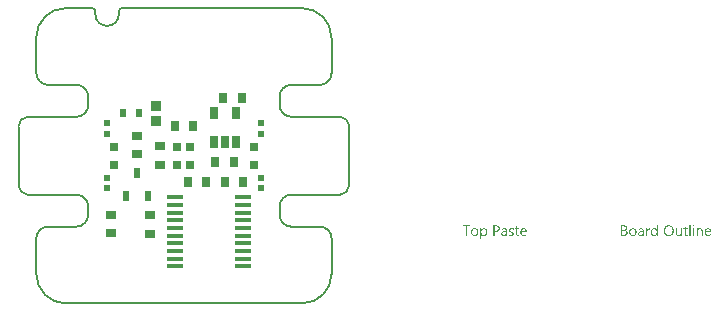
<source format=gtp>
G04*
G04 #@! TF.GenerationSoftware,Altium Limited,Altium Designer,22.4.2 (48)*
G04*
G04 Layer_Color=8421504*
%FSAX25Y25*%
%MOIN*%
G70*
G04*
G04 #@! TF.SameCoordinates,03BAF07D-572A-4E9D-8DEF-3220CFA764F5*
G04*
G04*
G04 #@! TF.FilePolarity,Positive*
G04*
G01*
G75*
%ADD14C,0.00787*%
%ADD17R,0.02756X0.03937*%
%ADD18R,0.03150X0.03543*%
%ADD19R,0.02756X0.02756*%
%ADD20R,0.02284X0.01890*%
%ADD21R,0.03000X0.03200*%
%ADD22R,0.03200X0.03000*%
%ADD23R,0.02559X0.03150*%
%ADD24R,0.05315X0.01575*%
%ADD25R,0.02362X0.03150*%
%ADD26R,0.02362X0.03543*%
%ADD27R,0.03543X0.03150*%
%ADD28R,0.03600X0.03200*%
G36*
X0169938Y-0023048D02*
X0169966Y-0023054D01*
X0169993Y-0023064D01*
X0170024Y-0023079D01*
X0170055Y-0023098D01*
X0170086Y-0023122D01*
X0170089Y-0023125D01*
X0170098Y-0023135D01*
X0170111Y-0023150D01*
X0170126Y-0023172D01*
X0170139Y-0023200D01*
X0170151Y-0023231D01*
X0170160Y-0023268D01*
X0170163Y-0023308D01*
Y-0023314D01*
Y-0023326D01*
X0170160Y-0023345D01*
X0170154Y-0023373D01*
X0170145Y-0023401D01*
X0170129Y-0023431D01*
X0170111Y-0023462D01*
X0170086Y-0023493D01*
X0170083Y-0023496D01*
X0170074Y-0023506D01*
X0170055Y-0023518D01*
X0170034Y-0023530D01*
X0170006Y-0023543D01*
X0169975Y-0023555D01*
X0169941Y-0023564D01*
X0169901Y-0023567D01*
X0169882D01*
X0169863Y-0023564D01*
X0169836Y-0023558D01*
X0169808Y-0023549D01*
X0169777Y-0023537D01*
X0169746Y-0023521D01*
X0169715Y-0023496D01*
X0169712Y-0023493D01*
X0169703Y-0023484D01*
X0169691Y-0023465D01*
X0169678Y-0023444D01*
X0169666Y-0023419D01*
X0169653Y-0023385D01*
X0169644Y-0023348D01*
X0169641Y-0023308D01*
Y-0023302D01*
Y-0023289D01*
X0169644Y-0023268D01*
X0169650Y-0023243D01*
X0169660Y-0023212D01*
X0169672Y-0023181D01*
X0169691Y-0023150D01*
X0169715Y-0023122D01*
X0169718Y-0023119D01*
X0169728Y-0023110D01*
X0169746Y-0023098D01*
X0169768Y-0023082D01*
X0169796Y-0023070D01*
X0169826Y-0023058D01*
X0169860Y-0023048D01*
X0169901Y-0023045D01*
X0169919D01*
X0169938Y-0023048D01*
D02*
G37*
G36*
X0157970Y-0026713D02*
X0157568D01*
Y-0026290D01*
X0157559D01*
X0157556Y-0026296D01*
X0157547Y-0026311D01*
X0157528Y-0026333D01*
X0157507Y-0026364D01*
X0157476Y-0026401D01*
X0157442Y-0026441D01*
X0157398Y-0026484D01*
X0157346Y-0026531D01*
X0157290Y-0026577D01*
X0157225Y-0026620D01*
X0157154Y-0026660D01*
X0157077Y-0026698D01*
X0156994Y-0026728D01*
X0156901Y-0026750D01*
X0156802Y-0026766D01*
X0156697Y-0026772D01*
X0156675D01*
X0156651Y-0026769D01*
X0156620Y-0026766D01*
X0156580Y-0026763D01*
X0156533Y-0026753D01*
X0156481Y-0026744D01*
X0156425Y-0026728D01*
X0156366Y-0026713D01*
X0156305Y-0026688D01*
X0156243Y-0026664D01*
X0156178Y-0026630D01*
X0156116Y-0026592D01*
X0156054Y-0026546D01*
X0155996Y-0026494D01*
X0155940Y-0026435D01*
X0155937Y-0026432D01*
X0155928Y-0026419D01*
X0155915Y-0026401D01*
X0155897Y-0026373D01*
X0155875Y-0026339D01*
X0155850Y-0026299D01*
X0155826Y-0026250D01*
X0155801Y-0026194D01*
X0155773Y-0026132D01*
X0155748Y-0026064D01*
X0155724Y-0025987D01*
X0155702Y-0025907D01*
X0155684Y-0025820D01*
X0155671Y-0025724D01*
X0155662Y-0025625D01*
X0155659Y-0025520D01*
Y-0025517D01*
Y-0025514D01*
Y-0025505D01*
Y-0025493D01*
X0155662Y-0025462D01*
X0155665Y-0025418D01*
X0155668Y-0025363D01*
X0155674Y-0025304D01*
X0155684Y-0025236D01*
X0155699Y-0025162D01*
X0155714Y-0025085D01*
X0155736Y-0025001D01*
X0155761Y-0024921D01*
X0155792Y-0024834D01*
X0155826Y-0024754D01*
X0155869Y-0024674D01*
X0155915Y-0024596D01*
X0155971Y-0024522D01*
X0155974Y-0024519D01*
X0155986Y-0024507D01*
X0156005Y-0024488D01*
X0156030Y-0024464D01*
X0156061Y-0024436D01*
X0156098Y-0024402D01*
X0156144Y-0024368D01*
X0156193Y-0024334D01*
X0156252Y-0024300D01*
X0156314Y-0024266D01*
X0156382Y-0024232D01*
X0156456Y-0024204D01*
X0156536Y-0024179D01*
X0156623Y-0024161D01*
X0156712Y-0024148D01*
X0156808Y-0024145D01*
X0156830D01*
X0156858Y-0024148D01*
X0156892Y-0024151D01*
X0156935Y-0024158D01*
X0156984Y-0024167D01*
X0157037Y-0024179D01*
X0157096Y-0024195D01*
X0157157Y-0024216D01*
X0157219Y-0024244D01*
X0157281Y-0024278D01*
X0157343Y-0024318D01*
X0157402Y-0024365D01*
X0157460Y-0024417D01*
X0157513Y-0024482D01*
X0157559Y-0024553D01*
X0157568D01*
Y-0022999D01*
X0157970D01*
Y-0026713D01*
D02*
G37*
G36*
X0172184Y-0024148D02*
X0172212D01*
X0172246Y-0024155D01*
X0172286Y-0024161D01*
X0172329Y-0024167D01*
X0172376Y-0024179D01*
X0172425Y-0024192D01*
X0172478Y-0024210D01*
X0172530Y-0024232D01*
X0172583Y-0024260D01*
X0172632Y-0024291D01*
X0172682Y-0024324D01*
X0172728Y-0024368D01*
X0172771Y-0024414D01*
X0172774Y-0024417D01*
X0172781Y-0024426D01*
X0172793Y-0024442D01*
X0172805Y-0024464D01*
X0172821Y-0024491D01*
X0172839Y-0024525D01*
X0172861Y-0024566D01*
X0172882Y-0024609D01*
X0172901Y-0024661D01*
X0172923Y-0024717D01*
X0172941Y-0024782D01*
X0172957Y-0024850D01*
X0172969Y-0024924D01*
X0172981Y-0025004D01*
X0172987Y-0025088D01*
X0172991Y-0025180D01*
Y-0026713D01*
X0172589D01*
Y-0025282D01*
Y-0025279D01*
Y-0025273D01*
Y-0025264D01*
Y-0025248D01*
X0172586Y-0025230D01*
Y-0025208D01*
X0172580Y-0025159D01*
X0172570Y-0025097D01*
X0172558Y-0025029D01*
X0172539Y-0024958D01*
X0172515Y-0024884D01*
X0172484Y-0024810D01*
X0172447Y-0024738D01*
X0172400Y-0024670D01*
X0172342Y-0024609D01*
X0172277Y-0024559D01*
X0172240Y-0024538D01*
X0172196Y-0024519D01*
X0172153Y-0024504D01*
X0172107Y-0024494D01*
X0172057Y-0024488D01*
X0172005Y-0024485D01*
X0171977D01*
X0171956Y-0024488D01*
X0171931Y-0024491D01*
X0171900Y-0024498D01*
X0171866Y-0024504D01*
X0171832Y-0024513D01*
X0171792Y-0024525D01*
X0171751Y-0024541D01*
X0171711Y-0024559D01*
X0171668Y-0024581D01*
X0171628Y-0024609D01*
X0171585Y-0024640D01*
X0171545Y-0024674D01*
X0171507Y-0024714D01*
X0171504Y-0024717D01*
X0171498Y-0024723D01*
X0171489Y-0024735D01*
X0171476Y-0024754D01*
X0171461Y-0024776D01*
X0171446Y-0024803D01*
X0171427Y-0024834D01*
X0171408Y-0024868D01*
X0171390Y-0024908D01*
X0171371Y-0024952D01*
X0171356Y-0024998D01*
X0171341Y-0025047D01*
X0171328Y-0025103D01*
X0171319Y-0025159D01*
X0171313Y-0025221D01*
X0171310Y-0025282D01*
Y-0026713D01*
X0170908D01*
Y-0024204D01*
X0171310D01*
Y-0024621D01*
X0171319D01*
X0171322Y-0024615D01*
X0171331Y-0024600D01*
X0171350Y-0024578D01*
X0171371Y-0024547D01*
X0171402Y-0024510D01*
X0171436Y-0024470D01*
X0171480Y-0024426D01*
X0171529Y-0024383D01*
X0171585Y-0024340D01*
X0171646Y-0024297D01*
X0171714Y-0024257D01*
X0171785Y-0024219D01*
X0171866Y-0024189D01*
X0171952Y-0024167D01*
X0172045Y-0024151D01*
X0172144Y-0024145D01*
X0172162D01*
X0172184Y-0024148D01*
D02*
G37*
G36*
X0100116Y-0024137D02*
X0100150Y-0024140D01*
X0100190Y-0024143D01*
X0100237Y-0024153D01*
X0100289Y-0024162D01*
X0100348Y-0024177D01*
X0100407Y-0024196D01*
X0100468Y-0024217D01*
X0100530Y-0024245D01*
X0100595Y-0024276D01*
X0100657Y-0024316D01*
X0100716Y-0024363D01*
X0100774Y-0024415D01*
X0100827Y-0024474D01*
X0100830Y-0024477D01*
X0100839Y-0024489D01*
X0100852Y-0024508D01*
X0100870Y-0024536D01*
X0100889Y-0024570D01*
X0100913Y-0024610D01*
X0100938Y-0024659D01*
X0100963Y-0024712D01*
X0100988Y-0024774D01*
X0101012Y-0024842D01*
X0101037Y-0024916D01*
X0101056Y-0024996D01*
X0101074Y-0025083D01*
X0101086Y-0025175D01*
X0101096Y-0025274D01*
X0101099Y-0025376D01*
Y-0025379D01*
Y-0025382D01*
Y-0025392D01*
Y-0025404D01*
X0101096Y-0025438D01*
X0101093Y-0025481D01*
X0101090Y-0025534D01*
X0101083Y-0025596D01*
X0101074Y-0025664D01*
X0101062Y-0025738D01*
X0101043Y-0025815D01*
X0101025Y-0025899D01*
X0101000Y-0025982D01*
X0100969Y-0026065D01*
X0100935Y-0026149D01*
X0100895Y-0026232D01*
X0100845Y-0026309D01*
X0100793Y-0026384D01*
X0100790Y-0026387D01*
X0100777Y-0026399D01*
X0100762Y-0026418D01*
X0100737Y-0026442D01*
X0100706Y-0026470D01*
X0100669Y-0026504D01*
X0100623Y-0026538D01*
X0100574Y-0026572D01*
X0100518Y-0026606D01*
X0100453Y-0026640D01*
X0100385Y-0026674D01*
X0100311Y-0026702D01*
X0100231Y-0026727D01*
X0100144Y-0026745D01*
X0100051Y-0026757D01*
X0099955Y-0026761D01*
X0099934D01*
X0099909Y-0026757D01*
X0099875Y-0026754D01*
X0099835Y-0026748D01*
X0099789Y-0026739D01*
X0099736Y-0026727D01*
X0099677Y-0026708D01*
X0099619Y-0026686D01*
X0099557Y-0026659D01*
X0099495Y-0026625D01*
X0099430Y-0026584D01*
X0099368Y-0026535D01*
X0099310Y-0026479D01*
X0099254Y-0026414D01*
X0099202Y-0026340D01*
X0099192D01*
Y-0027854D01*
X0098791D01*
Y-0024193D01*
X0099192D01*
Y-0024635D01*
X0099202D01*
X0099205Y-0024629D01*
X0099217Y-0024613D01*
X0099232Y-0024588D01*
X0099257Y-0024557D01*
X0099288Y-0024517D01*
X0099325Y-0024477D01*
X0099371Y-0024431D01*
X0099421Y-0024384D01*
X0099480Y-0024338D01*
X0099545Y-0024292D01*
X0099616Y-0024251D01*
X0099693Y-0024211D01*
X0099776Y-0024180D01*
X0099869Y-0024156D01*
X0099965Y-0024140D01*
X0100070Y-0024134D01*
X0100091D01*
X0100116Y-0024137D01*
D02*
G37*
G36*
X0109349D02*
X0109377D01*
X0109411Y-0024140D01*
X0109448Y-0024143D01*
X0109488Y-0024149D01*
X0109581Y-0024162D01*
X0109677Y-0024183D01*
X0109779Y-0024211D01*
X0109878Y-0024248D01*
Y-0024656D01*
X0109874Y-0024653D01*
X0109865Y-0024647D01*
X0109850Y-0024641D01*
X0109828Y-0024629D01*
X0109803Y-0024613D01*
X0109772Y-0024598D01*
X0109735Y-0024582D01*
X0109695Y-0024564D01*
X0109649Y-0024548D01*
X0109602Y-0024533D01*
X0109550Y-0024517D01*
X0109494Y-0024502D01*
X0109432Y-0024489D01*
X0109371Y-0024483D01*
X0109309Y-0024477D01*
X0109241Y-0024474D01*
X0109201D01*
X0109173Y-0024477D01*
X0109142Y-0024480D01*
X0109108Y-0024486D01*
X0109037Y-0024502D01*
X0109034D01*
X0109022Y-0024505D01*
X0109006Y-0024511D01*
X0108984Y-0024520D01*
X0108935Y-0024542D01*
X0108882Y-0024573D01*
X0108879Y-0024576D01*
X0108873Y-0024582D01*
X0108861Y-0024591D01*
X0108845Y-0024604D01*
X0108811Y-0024638D01*
X0108781Y-0024684D01*
Y-0024687D01*
X0108774Y-0024696D01*
X0108771Y-0024709D01*
X0108765Y-0024727D01*
X0108759Y-0024746D01*
X0108753Y-0024771D01*
X0108750Y-0024798D01*
X0108747Y-0024826D01*
Y-0024829D01*
Y-0024842D01*
X0108750Y-0024860D01*
Y-0024885D01*
X0108756Y-0024910D01*
X0108762Y-0024938D01*
X0108768Y-0024965D01*
X0108781Y-0024993D01*
X0108784Y-0024996D01*
X0108787Y-0025005D01*
X0108796Y-0025018D01*
X0108808Y-0025033D01*
X0108824Y-0025049D01*
X0108839Y-0025070D01*
X0108886Y-0025111D01*
X0108889Y-0025114D01*
X0108898Y-0025120D01*
X0108913Y-0025129D01*
X0108932Y-0025141D01*
X0108957Y-0025154D01*
X0108984Y-0025169D01*
X0109019Y-0025188D01*
X0109052Y-0025203D01*
X0109055Y-0025206D01*
X0109071Y-0025209D01*
X0109090Y-0025219D01*
X0109117Y-0025228D01*
X0109151Y-0025243D01*
X0109188Y-0025259D01*
X0109229Y-0025274D01*
X0109275Y-0025293D01*
X0109278D01*
X0109281Y-0025296D01*
X0109290Y-0025299D01*
X0109303Y-0025302D01*
X0109334Y-0025314D01*
X0109374Y-0025333D01*
X0109420Y-0025352D01*
X0109473Y-0025373D01*
X0109525Y-0025398D01*
X0109575Y-0025423D01*
X0109578D01*
X0109581Y-0025426D01*
X0109596Y-0025435D01*
X0109621Y-0025447D01*
X0109652Y-0025466D01*
X0109689Y-0025491D01*
X0109726Y-0025515D01*
X0109763Y-0025546D01*
X0109800Y-0025577D01*
X0109803Y-0025580D01*
X0109816Y-0025592D01*
X0109831Y-0025608D01*
X0109853Y-0025633D01*
X0109874Y-0025660D01*
X0109899Y-0025695D01*
X0109921Y-0025732D01*
X0109942Y-0025772D01*
X0109945Y-0025778D01*
X0109952Y-0025790D01*
X0109958Y-0025815D01*
X0109967Y-0025846D01*
X0109976Y-0025883D01*
X0109986Y-0025926D01*
X0109989Y-0025976D01*
X0109992Y-0026031D01*
Y-0026034D01*
Y-0026041D01*
Y-0026050D01*
Y-0026062D01*
X0109989Y-0026096D01*
X0109983Y-0026143D01*
X0109970Y-0026192D01*
X0109958Y-0026248D01*
X0109936Y-0026303D01*
X0109908Y-0026356D01*
X0109905Y-0026362D01*
X0109893Y-0026377D01*
X0109874Y-0026402D01*
X0109850Y-0026436D01*
X0109819Y-0026470D01*
X0109782Y-0026510D01*
X0109738Y-0026547D01*
X0109689Y-0026584D01*
X0109683Y-0026588D01*
X0109664Y-0026600D01*
X0109636Y-0026615D01*
X0109599Y-0026634D01*
X0109553Y-0026656D01*
X0109497Y-0026677D01*
X0109439Y-0026699D01*
X0109374Y-0026717D01*
X0109371D01*
X0109364Y-0026720D01*
X0109355D01*
X0109343Y-0026724D01*
X0109327Y-0026727D01*
X0109309Y-0026730D01*
X0109263Y-0026739D01*
X0109204Y-0026748D01*
X0109142Y-0026754D01*
X0109074Y-0026757D01*
X0109000Y-0026761D01*
X0108963D01*
X0108935Y-0026757D01*
X0108901D01*
X0108864Y-0026751D01*
X0108818Y-0026748D01*
X0108771Y-0026742D01*
X0108719Y-0026733D01*
X0108666Y-0026724D01*
X0108555Y-0026699D01*
X0108441Y-0026662D01*
X0108385Y-0026637D01*
X0108329Y-0026612D01*
Y-0026183D01*
X0108333Y-0026186D01*
X0108345Y-0026192D01*
X0108363Y-0026204D01*
X0108388Y-0026220D01*
X0108419Y-0026238D01*
X0108453Y-0026260D01*
X0108496Y-0026282D01*
X0108543Y-0026303D01*
X0108595Y-0026325D01*
X0108651Y-0026346D01*
X0108710Y-0026368D01*
X0108771Y-0026387D01*
X0108839Y-0026402D01*
X0108907Y-0026414D01*
X0108978Y-0026421D01*
X0109052Y-0026424D01*
X0109074D01*
X0109102Y-0026421D01*
X0109136Y-0026418D01*
X0109176Y-0026411D01*
X0109219Y-0026405D01*
X0109269Y-0026393D01*
X0109318Y-0026381D01*
X0109364Y-0026362D01*
X0109414Y-0026337D01*
X0109457Y-0026309D01*
X0109497Y-0026275D01*
X0109531Y-0026235D01*
X0109559Y-0026189D01*
X0109575Y-0026133D01*
X0109581Y-0026102D01*
Y-0026072D01*
Y-0026068D01*
Y-0026053D01*
X0109578Y-0026034D01*
X0109575Y-0026013D01*
X0109569Y-0025985D01*
X0109562Y-0025957D01*
X0109550Y-0025929D01*
X0109535Y-0025901D01*
X0109531Y-0025899D01*
X0109525Y-0025889D01*
X0109516Y-0025877D01*
X0109504Y-0025858D01*
X0109485Y-0025840D01*
X0109467Y-0025818D01*
X0109442Y-0025800D01*
X0109414Y-0025778D01*
X0109411Y-0025775D01*
X0109402Y-0025769D01*
X0109383Y-0025759D01*
X0109361Y-0025744D01*
X0109337Y-0025728D01*
X0109306Y-0025713D01*
X0109269Y-0025698D01*
X0109232Y-0025682D01*
X0109225Y-0025679D01*
X0109213Y-0025676D01*
X0109192Y-0025667D01*
X0109164Y-0025654D01*
X0109133Y-0025639D01*
X0109093Y-0025623D01*
X0109052Y-0025608D01*
X0109009Y-0025589D01*
X0109006D01*
X0109003Y-0025586D01*
X0108994Y-0025583D01*
X0108981Y-0025577D01*
X0108950Y-0025565D01*
X0108910Y-0025549D01*
X0108864Y-0025528D01*
X0108815Y-0025506D01*
X0108765Y-0025481D01*
X0108716Y-0025457D01*
X0108710Y-0025453D01*
X0108694Y-0025444D01*
X0108672Y-0025432D01*
X0108642Y-0025413D01*
X0108607Y-0025389D01*
X0108573Y-0025364D01*
X0108536Y-0025336D01*
X0108502Y-0025305D01*
X0108499Y-0025302D01*
X0108490Y-0025290D01*
X0108475Y-0025274D01*
X0108456Y-0025249D01*
X0108434Y-0025222D01*
X0108413Y-0025188D01*
X0108394Y-0025154D01*
X0108376Y-0025114D01*
X0108373Y-0025107D01*
X0108370Y-0025095D01*
X0108363Y-0025070D01*
X0108357Y-0025043D01*
X0108348Y-0025005D01*
X0108342Y-0024962D01*
X0108339Y-0024913D01*
X0108336Y-0024860D01*
Y-0024857D01*
Y-0024851D01*
Y-0024842D01*
Y-0024829D01*
X0108339Y-0024798D01*
X0108345Y-0024755D01*
X0108354Y-0024706D01*
X0108370Y-0024653D01*
X0108388Y-0024601D01*
X0108416Y-0024548D01*
Y-0024545D01*
X0108419Y-0024542D01*
X0108431Y-0024527D01*
X0108450Y-0024502D01*
X0108472Y-0024468D01*
X0108502Y-0024434D01*
X0108539Y-0024397D01*
X0108583Y-0024356D01*
X0108629Y-0024323D01*
X0108632D01*
X0108635Y-0024319D01*
X0108654Y-0024307D01*
X0108682Y-0024292D01*
X0108719Y-0024270D01*
X0108765Y-0024248D01*
X0108818Y-0024224D01*
X0108876Y-0024202D01*
X0108938Y-0024183D01*
X0108941D01*
X0108947Y-0024180D01*
X0108957Y-0024177D01*
X0108969Y-0024174D01*
X0108984Y-0024171D01*
X0109003Y-0024168D01*
X0109046Y-0024159D01*
X0109102Y-0024149D01*
X0109161Y-0024140D01*
X0109225Y-0024137D01*
X0109293Y-0024134D01*
X0109324D01*
X0109349Y-0024137D01*
D02*
G37*
G36*
X0155208Y-0024164D02*
X0155242D01*
X0155279Y-0024170D01*
X0155319Y-0024176D01*
X0155359Y-0024182D01*
X0155393Y-0024195D01*
Y-0024612D01*
X0155387Y-0024609D01*
X0155375Y-0024600D01*
X0155350Y-0024587D01*
X0155316Y-0024572D01*
X0155270Y-0024556D01*
X0155220Y-0024544D01*
X0155158Y-0024535D01*
X0155087Y-0024532D01*
X0155062D01*
X0155044Y-0024535D01*
X0155022Y-0024538D01*
X0154998Y-0024544D01*
X0154939Y-0024562D01*
X0154905Y-0024575D01*
X0154871Y-0024590D01*
X0154834Y-0024612D01*
X0154797Y-0024633D01*
X0154763Y-0024661D01*
X0154726Y-0024695D01*
X0154692Y-0024732D01*
X0154658Y-0024776D01*
X0154655Y-0024779D01*
X0154651Y-0024788D01*
X0154642Y-0024800D01*
X0154630Y-0024819D01*
X0154618Y-0024844D01*
X0154602Y-0024874D01*
X0154587Y-0024908D01*
X0154571Y-0024949D01*
X0154556Y-0024992D01*
X0154540Y-0025041D01*
X0154525Y-0025097D01*
X0154512Y-0025156D01*
X0154500Y-0025221D01*
X0154491Y-0025289D01*
X0154488Y-0025360D01*
X0154485Y-0025437D01*
Y-0026713D01*
X0154083D01*
Y-0024204D01*
X0154485D01*
Y-0024723D01*
X0154494D01*
Y-0024720D01*
X0154497Y-0024711D01*
X0154503Y-0024698D01*
X0154509Y-0024680D01*
X0154519Y-0024658D01*
X0154531Y-0024630D01*
X0154559Y-0024572D01*
X0154596Y-0024504D01*
X0154642Y-0024436D01*
X0154695Y-0024371D01*
X0154756Y-0024309D01*
X0154760Y-0024306D01*
X0154766Y-0024303D01*
X0154775Y-0024297D01*
X0154787Y-0024284D01*
X0154803Y-0024275D01*
X0154824Y-0024263D01*
X0154871Y-0024235D01*
X0154930Y-0024207D01*
X0154998Y-0024182D01*
X0155072Y-0024167D01*
X0155112Y-0024164D01*
X0155152Y-0024161D01*
X0155177D01*
X0155208Y-0024164D01*
D02*
G37*
G36*
X0165970Y-0026713D02*
X0165568D01*
Y-0026318D01*
X0165559D01*
X0165556Y-0026324D01*
X0165547Y-0026336D01*
X0165531Y-0026361D01*
X0165513Y-0026389D01*
X0165485Y-0026423D01*
X0165451Y-0026460D01*
X0165414Y-0026503D01*
X0165368Y-0026543D01*
X0165318Y-0026586D01*
X0165259Y-0026627D01*
X0165198Y-0026667D01*
X0165127Y-0026701D01*
X0165049Y-0026728D01*
X0164969Y-0026753D01*
X0164879Y-0026766D01*
X0164784Y-0026772D01*
X0164762D01*
X0164746Y-0026769D01*
X0164725D01*
X0164700Y-0026766D01*
X0164672Y-0026759D01*
X0164645Y-0026756D01*
X0164576Y-0026738D01*
X0164499Y-0026716D01*
X0164419Y-0026682D01*
X0164379Y-0026660D01*
X0164336Y-0026639D01*
X0164292Y-0026611D01*
X0164252Y-0026583D01*
X0164212Y-0026549D01*
X0164172Y-0026512D01*
X0164132Y-0026469D01*
X0164094Y-0026426D01*
X0164060Y-0026376D01*
X0164026Y-0026321D01*
X0163999Y-0026262D01*
X0163971Y-0026200D01*
X0163946Y-0026132D01*
X0163925Y-0026058D01*
X0163909Y-0025978D01*
X0163897Y-0025894D01*
X0163891Y-0025802D01*
X0163888Y-0025706D01*
Y-0024204D01*
X0164286D01*
Y-0025641D01*
Y-0025644D01*
Y-0025650D01*
Y-0025659D01*
Y-0025675D01*
X0164289Y-0025693D01*
Y-0025715D01*
X0164295Y-0025764D01*
X0164305Y-0025826D01*
X0164317Y-0025891D01*
X0164339Y-0025965D01*
X0164363Y-0026036D01*
X0164394Y-0026111D01*
X0164434Y-0026185D01*
X0164484Y-0026250D01*
X0164543Y-0026311D01*
X0164614Y-0026361D01*
X0164651Y-0026382D01*
X0164694Y-0026401D01*
X0164740Y-0026416D01*
X0164787Y-0026426D01*
X0164839Y-0026432D01*
X0164895Y-0026435D01*
X0164923D01*
X0164944Y-0026432D01*
X0164969Y-0026429D01*
X0164997Y-0026423D01*
X0165031Y-0026416D01*
X0165065Y-0026407D01*
X0165102Y-0026398D01*
X0165142Y-0026382D01*
X0165182Y-0026364D01*
X0165222Y-0026342D01*
X0165262Y-0026318D01*
X0165303Y-0026290D01*
X0165340Y-0026256D01*
X0165377Y-0026219D01*
X0165380Y-0026215D01*
X0165386Y-0026209D01*
X0165395Y-0026197D01*
X0165408Y-0026178D01*
X0165420Y-0026157D01*
X0165439Y-0026132D01*
X0165454Y-0026101D01*
X0165473Y-0026067D01*
X0165491Y-0026027D01*
X0165507Y-0025984D01*
X0165525Y-0025937D01*
X0165538Y-0025888D01*
X0165550Y-0025832D01*
X0165559Y-0025777D01*
X0165565Y-0025715D01*
X0165568Y-0025650D01*
Y-0024204D01*
X0165970D01*
Y-0026713D01*
D02*
G37*
G36*
X0106877Y-0024137D02*
X0106899D01*
X0106920Y-0024140D01*
X0106948Y-0024143D01*
X0106979Y-0024149D01*
X0107044Y-0024162D01*
X0107121Y-0024183D01*
X0107199Y-0024211D01*
X0107282Y-0024251D01*
X0107365Y-0024301D01*
X0107405Y-0024329D01*
X0107446Y-0024363D01*
X0107483Y-0024400D01*
X0107520Y-0024437D01*
X0107554Y-0024480D01*
X0107585Y-0024530D01*
X0107616Y-0024579D01*
X0107643Y-0024635D01*
X0107665Y-0024696D01*
X0107687Y-0024761D01*
X0107702Y-0024829D01*
X0107714Y-0024907D01*
X0107721Y-0024984D01*
X0107724Y-0025070D01*
Y-0026702D01*
X0107322D01*
Y-0026313D01*
X0107313D01*
X0107310Y-0026319D01*
X0107300Y-0026331D01*
X0107285Y-0026353D01*
X0107263Y-0026384D01*
X0107236Y-0026418D01*
X0107202Y-0026455D01*
X0107165Y-0026495D01*
X0107118Y-0026535D01*
X0107066Y-0026578D01*
X0107010Y-0026618D01*
X0106945Y-0026656D01*
X0106877Y-0026689D01*
X0106800Y-0026720D01*
X0106720Y-0026742D01*
X0106633Y-0026754D01*
X0106540Y-0026761D01*
X0106503D01*
X0106479Y-0026757D01*
X0106448Y-0026754D01*
X0106411Y-0026751D01*
X0106370Y-0026745D01*
X0106327Y-0026736D01*
X0106231Y-0026711D01*
X0106185Y-0026696D01*
X0106135Y-0026677D01*
X0106086Y-0026656D01*
X0106040Y-0026628D01*
X0105996Y-0026597D01*
X0105953Y-0026563D01*
X0105950Y-0026560D01*
X0105944Y-0026553D01*
X0105935Y-0026541D01*
X0105919Y-0026526D01*
X0105904Y-0026507D01*
X0105888Y-0026482D01*
X0105867Y-0026455D01*
X0105848Y-0026424D01*
X0105830Y-0026387D01*
X0105811Y-0026346D01*
X0105792Y-0026303D01*
X0105777Y-0026257D01*
X0105762Y-0026208D01*
X0105752Y-0026155D01*
X0105746Y-0026096D01*
X0105743Y-0026037D01*
Y-0026034D01*
Y-0026028D01*
Y-0026019D01*
X0105746Y-0026007D01*
Y-0025991D01*
X0105749Y-0025973D01*
X0105755Y-0025926D01*
X0105768Y-0025871D01*
X0105786Y-0025809D01*
X0105811Y-0025741D01*
X0105848Y-0025670D01*
X0105891Y-0025599D01*
X0105944Y-0025528D01*
X0105978Y-0025494D01*
X0106012Y-0025460D01*
X0106052Y-0025426D01*
X0106092Y-0025395D01*
X0106139Y-0025364D01*
X0106188Y-0025336D01*
X0106241Y-0025311D01*
X0106299Y-0025287D01*
X0106361Y-0025265D01*
X0106426Y-0025247D01*
X0106497Y-0025231D01*
X0106571Y-0025219D01*
X0107322Y-0025114D01*
Y-0025111D01*
Y-0025107D01*
Y-0025098D01*
Y-0025086D01*
X0107319Y-0025055D01*
X0107313Y-0025015D01*
X0107307Y-0024965D01*
X0107294Y-0024910D01*
X0107279Y-0024854D01*
X0107257Y-0024792D01*
X0107229Y-0024734D01*
X0107195Y-0024675D01*
X0107155Y-0024622D01*
X0107106Y-0024573D01*
X0107044Y-0024533D01*
X0106976Y-0024502D01*
X0106939Y-0024489D01*
X0106896Y-0024480D01*
X0106852Y-0024477D01*
X0106806Y-0024474D01*
X0106784D01*
X0106763Y-0024477D01*
X0106729Y-0024480D01*
X0106689Y-0024483D01*
X0106642Y-0024489D01*
X0106590Y-0024499D01*
X0106534Y-0024511D01*
X0106472Y-0024530D01*
X0106407Y-0024548D01*
X0106339Y-0024573D01*
X0106268Y-0024604D01*
X0106197Y-0024641D01*
X0106126Y-0024681D01*
X0106055Y-0024727D01*
X0105987Y-0024783D01*
Y-0024372D01*
X0105990Y-0024369D01*
X0106003Y-0024363D01*
X0106024Y-0024350D01*
X0106052Y-0024335D01*
X0106089Y-0024316D01*
X0106129Y-0024298D01*
X0106179Y-0024276D01*
X0106234Y-0024251D01*
X0106293Y-0024230D01*
X0106358Y-0024208D01*
X0106429Y-0024190D01*
X0106503Y-0024171D01*
X0106583Y-0024156D01*
X0106664Y-0024143D01*
X0106750Y-0024137D01*
X0106840Y-0024134D01*
X0106862D01*
X0106877Y-0024137D01*
D02*
G37*
G36*
X0104189Y-0023192D02*
X0104229D01*
X0104275Y-0023198D01*
X0104331Y-0023204D01*
X0104390Y-0023210D01*
X0104458Y-0023223D01*
X0104526Y-0023238D01*
X0104597Y-0023257D01*
X0104668Y-0023278D01*
X0104742Y-0023306D01*
X0104813Y-0023337D01*
X0104881Y-0023374D01*
X0104946Y-0023414D01*
X0105008Y-0023463D01*
X0105011Y-0023467D01*
X0105020Y-0023476D01*
X0105035Y-0023491D01*
X0105057Y-0023513D01*
X0105079Y-0023544D01*
X0105106Y-0023578D01*
X0105134Y-0023618D01*
X0105165Y-0023664D01*
X0105193Y-0023717D01*
X0105221Y-0023773D01*
X0105249Y-0023837D01*
X0105270Y-0023905D01*
X0105292Y-0023983D01*
X0105307Y-0024063D01*
X0105317Y-0024146D01*
X0105320Y-0024239D01*
Y-0024245D01*
Y-0024261D01*
X0105317Y-0024289D01*
X0105314Y-0024323D01*
X0105310Y-0024366D01*
X0105301Y-0024415D01*
X0105292Y-0024468D01*
X0105277Y-0024530D01*
X0105258Y-0024591D01*
X0105236Y-0024659D01*
X0105209Y-0024727D01*
X0105175Y-0024795D01*
X0105134Y-0024863D01*
X0105088Y-0024931D01*
X0105035Y-0024996D01*
X0104974Y-0025058D01*
X0104971Y-0025061D01*
X0104958Y-0025070D01*
X0104940Y-0025086D01*
X0104912Y-0025107D01*
X0104878Y-0025132D01*
X0104835Y-0025160D01*
X0104785Y-0025188D01*
X0104729Y-0025216D01*
X0104668Y-0025247D01*
X0104597Y-0025274D01*
X0104519Y-0025302D01*
X0104439Y-0025327D01*
X0104350Y-0025345D01*
X0104254Y-0025364D01*
X0104155Y-0025373D01*
X0104047Y-0025376D01*
X0103583D01*
Y-0026702D01*
X0103172D01*
Y-0023189D01*
X0104161D01*
X0104189Y-0023192D01*
D02*
G37*
G36*
X0095351Y-0023562D02*
X0094338D01*
Y-0026702D01*
X0093927D01*
Y-0023562D01*
X0092913D01*
Y-0023189D01*
X0095351D01*
Y-0023562D01*
D02*
G37*
G36*
X0170095Y-0026713D02*
X0169694D01*
Y-0024204D01*
X0170095D01*
Y-0026713D01*
D02*
G37*
G36*
X0168881D02*
X0168479D01*
Y-0022999D01*
X0168881D01*
Y-0026713D01*
D02*
G37*
G36*
X0152479Y-0024148D02*
X0152501D01*
X0152523Y-0024151D01*
X0152550Y-0024155D01*
X0152581Y-0024161D01*
X0152646Y-0024173D01*
X0152723Y-0024195D01*
X0152801Y-0024223D01*
X0152884Y-0024263D01*
X0152967Y-0024312D01*
X0153008Y-0024340D01*
X0153048Y-0024374D01*
X0153085Y-0024411D01*
X0153122Y-0024448D01*
X0153156Y-0024491D01*
X0153187Y-0024541D01*
X0153218Y-0024590D01*
X0153245Y-0024646D01*
X0153267Y-0024708D01*
X0153289Y-0024772D01*
X0153304Y-0024840D01*
X0153317Y-0024918D01*
X0153323Y-0024995D01*
X0153326Y-0025082D01*
Y-0026713D01*
X0152924D01*
Y-0026324D01*
X0152915D01*
X0152912Y-0026330D01*
X0152902Y-0026342D01*
X0152887Y-0026364D01*
X0152865Y-0026395D01*
X0152838Y-0026429D01*
X0152804Y-0026466D01*
X0152767Y-0026506D01*
X0152720Y-0026546D01*
X0152668Y-0026589D01*
X0152612Y-0026630D01*
X0152547Y-0026667D01*
X0152479Y-0026701D01*
X0152402Y-0026732D01*
X0152322Y-0026753D01*
X0152235Y-0026766D01*
X0152142Y-0026772D01*
X0152105D01*
X0152081Y-0026769D01*
X0152050Y-0026766D01*
X0152013Y-0026763D01*
X0151972Y-0026756D01*
X0151929Y-0026747D01*
X0151833Y-0026722D01*
X0151787Y-0026707D01*
X0151738Y-0026688D01*
X0151688Y-0026667D01*
X0151642Y-0026639D01*
X0151599Y-0026608D01*
X0151555Y-0026574D01*
X0151552Y-0026571D01*
X0151546Y-0026565D01*
X0151537Y-0026552D01*
X0151521Y-0026537D01*
X0151506Y-0026518D01*
X0151490Y-0026494D01*
X0151469Y-0026466D01*
X0151450Y-0026435D01*
X0151432Y-0026398D01*
X0151413Y-0026358D01*
X0151395Y-0026314D01*
X0151379Y-0026268D01*
X0151364Y-0026219D01*
X0151354Y-0026166D01*
X0151348Y-0026107D01*
X0151345Y-0026049D01*
Y-0026046D01*
Y-0026039D01*
Y-0026030D01*
X0151348Y-0026018D01*
Y-0026002D01*
X0151351Y-0025984D01*
X0151357Y-0025937D01*
X0151370Y-0025882D01*
X0151388Y-0025820D01*
X0151413Y-0025752D01*
X0151450Y-0025681D01*
X0151494Y-0025610D01*
X0151546Y-0025539D01*
X0151580Y-0025505D01*
X0151614Y-0025471D01*
X0151654Y-0025437D01*
X0151694Y-0025406D01*
X0151741Y-0025375D01*
X0151790Y-0025347D01*
X0151843Y-0025322D01*
X0151901Y-0025298D01*
X0151963Y-0025276D01*
X0152028Y-0025258D01*
X0152099Y-0025242D01*
X0152173Y-0025230D01*
X0152924Y-0025125D01*
Y-0025122D01*
Y-0025119D01*
Y-0025109D01*
Y-0025097D01*
X0152921Y-0025066D01*
X0152915Y-0025026D01*
X0152909Y-0024976D01*
X0152896Y-0024921D01*
X0152881Y-0024865D01*
X0152859Y-0024803D01*
X0152831Y-0024745D01*
X0152797Y-0024686D01*
X0152757Y-0024633D01*
X0152708Y-0024584D01*
X0152646Y-0024544D01*
X0152578Y-0024513D01*
X0152541Y-0024501D01*
X0152498Y-0024491D01*
X0152454Y-0024488D01*
X0152408Y-0024485D01*
X0152386D01*
X0152365Y-0024488D01*
X0152331Y-0024491D01*
X0152291Y-0024494D01*
X0152244Y-0024501D01*
X0152192Y-0024510D01*
X0152136Y-0024522D01*
X0152074Y-0024541D01*
X0152009Y-0024559D01*
X0151942Y-0024584D01*
X0151871Y-0024615D01*
X0151799Y-0024652D01*
X0151728Y-0024692D01*
X0151657Y-0024738D01*
X0151589Y-0024794D01*
Y-0024383D01*
X0151592Y-0024380D01*
X0151605Y-0024374D01*
X0151626Y-0024362D01*
X0151654Y-0024346D01*
X0151691Y-0024328D01*
X0151731Y-0024309D01*
X0151781Y-0024287D01*
X0151837Y-0024263D01*
X0151895Y-0024241D01*
X0151960Y-0024219D01*
X0152031Y-0024201D01*
X0152105Y-0024182D01*
X0152186Y-0024167D01*
X0152266Y-0024155D01*
X0152352Y-0024148D01*
X0152442Y-0024145D01*
X0152464D01*
X0152479Y-0024148D01*
D02*
G37*
G36*
X0146843Y-0023203D02*
X0146880Y-0023206D01*
X0146923Y-0023212D01*
X0146973Y-0023218D01*
X0147028Y-0023227D01*
X0147084Y-0023240D01*
X0147143Y-0023255D01*
X0147205Y-0023274D01*
X0147263Y-0023295D01*
X0147325Y-0023320D01*
X0147381Y-0023351D01*
X0147436Y-0023385D01*
X0147489Y-0023425D01*
X0147492Y-0023428D01*
X0147501Y-0023435D01*
X0147514Y-0023447D01*
X0147529Y-0023465D01*
X0147551Y-0023487D01*
X0147572Y-0023515D01*
X0147597Y-0023546D01*
X0147622Y-0023580D01*
X0147646Y-0023620D01*
X0147671Y-0023663D01*
X0147693Y-0023713D01*
X0147714Y-0023762D01*
X0147730Y-0023818D01*
X0147742Y-0023876D01*
X0147751Y-0023938D01*
X0147755Y-0024003D01*
Y-0024006D01*
Y-0024015D01*
Y-0024031D01*
X0147751Y-0024053D01*
X0147748Y-0024080D01*
X0147745Y-0024108D01*
X0147742Y-0024142D01*
X0147736Y-0024179D01*
X0147714Y-0024263D01*
X0147687Y-0024349D01*
X0147668Y-0024396D01*
X0147646Y-0024439D01*
X0147622Y-0024482D01*
X0147594Y-0024525D01*
X0147591Y-0024528D01*
X0147588Y-0024535D01*
X0147578Y-0024547D01*
X0147563Y-0024562D01*
X0147548Y-0024578D01*
X0147529Y-0024600D01*
X0147504Y-0024621D01*
X0147480Y-0024646D01*
X0147449Y-0024670D01*
X0147415Y-0024698D01*
X0147378Y-0024723D01*
X0147337Y-0024751D01*
X0147294Y-0024776D01*
X0147251Y-0024797D01*
X0147149Y-0024837D01*
Y-0024847D01*
X0147152D01*
X0147164Y-0024850D01*
X0147183Y-0024853D01*
X0147208Y-0024856D01*
X0147239Y-0024862D01*
X0147273Y-0024871D01*
X0147313Y-0024884D01*
X0147353Y-0024896D01*
X0147442Y-0024930D01*
X0147492Y-0024952D01*
X0147538Y-0024980D01*
X0147585Y-0025007D01*
X0147631Y-0025038D01*
X0147677Y-0025075D01*
X0147717Y-0025115D01*
X0147721Y-0025119D01*
X0147727Y-0025125D01*
X0147736Y-0025137D01*
X0147751Y-0025156D01*
X0147767Y-0025180D01*
X0147785Y-0025205D01*
X0147804Y-0025239D01*
X0147826Y-0025273D01*
X0147844Y-0025313D01*
X0147863Y-0025360D01*
X0147881Y-0025406D01*
X0147897Y-0025458D01*
X0147912Y-0025517D01*
X0147921Y-0025576D01*
X0147928Y-0025638D01*
X0147931Y-0025706D01*
Y-0025712D01*
Y-0025724D01*
X0147928Y-0025749D01*
X0147924Y-0025780D01*
X0147921Y-0025820D01*
X0147912Y-0025863D01*
X0147903Y-0025913D01*
X0147890Y-0025965D01*
X0147872Y-0026024D01*
X0147850Y-0026083D01*
X0147826Y-0026141D01*
X0147795Y-0026203D01*
X0147758Y-0026265D01*
X0147714Y-0026324D01*
X0147665Y-0026379D01*
X0147606Y-0026435D01*
X0147603Y-0026438D01*
X0147591Y-0026447D01*
X0147572Y-0026460D01*
X0147548Y-0026478D01*
X0147517Y-0026500D01*
X0147476Y-0026521D01*
X0147433Y-0026549D01*
X0147384Y-0026574D01*
X0147325Y-0026599D01*
X0147263Y-0026623D01*
X0147198Y-0026648D01*
X0147124Y-0026670D01*
X0147047Y-0026688D01*
X0146967Y-0026701D01*
X0146880Y-0026710D01*
X0146791Y-0026713D01*
X0145768D01*
Y-0023200D01*
X0146809D01*
X0146843Y-0023203D01*
D02*
G37*
G36*
X0111141Y-0024193D02*
X0111775D01*
Y-0024539D01*
X0111141D01*
Y-0025951D01*
Y-0025954D01*
Y-0025963D01*
Y-0025976D01*
Y-0025991D01*
X0111144Y-0026013D01*
X0111147Y-0026037D01*
X0111154Y-0026090D01*
X0111163Y-0026152D01*
X0111178Y-0026210D01*
X0111200Y-0026266D01*
X0111212Y-0026291D01*
X0111228Y-0026313D01*
X0111231Y-0026316D01*
X0111243Y-0026328D01*
X0111265Y-0026346D01*
X0111296Y-0026365D01*
X0111336Y-0026387D01*
X0111385Y-0026402D01*
X0111444Y-0026414D01*
X0111512Y-0026421D01*
X0111537D01*
X0111565Y-0026418D01*
X0111602Y-0026411D01*
X0111642Y-0026399D01*
X0111688Y-0026387D01*
X0111732Y-0026365D01*
X0111775Y-0026337D01*
Y-0026680D01*
X0111772D01*
X0111769Y-0026683D01*
X0111759Y-0026686D01*
X0111750Y-0026693D01*
X0111716Y-0026705D01*
X0111676Y-0026717D01*
X0111620Y-0026730D01*
X0111555Y-0026742D01*
X0111481Y-0026751D01*
X0111398Y-0026754D01*
X0111370D01*
X0111336Y-0026748D01*
X0111296Y-0026742D01*
X0111246Y-0026733D01*
X0111191Y-0026714D01*
X0111129Y-0026693D01*
X0111070Y-0026662D01*
X0111008Y-0026625D01*
X0110947Y-0026575D01*
X0110891Y-0026516D01*
X0110866Y-0026482D01*
X0110842Y-0026445D01*
X0110820Y-0026405D01*
X0110801Y-0026362D01*
X0110783Y-0026316D01*
X0110767Y-0026263D01*
X0110755Y-0026210D01*
X0110746Y-0026152D01*
X0110743Y-0026090D01*
X0110740Y-0026022D01*
Y-0024539D01*
X0110310D01*
Y-0024193D01*
X0110740D01*
Y-0023581D01*
X0111141Y-0023451D01*
Y-0024193D01*
D02*
G37*
G36*
X0113341Y-0024137D02*
X0113375Y-0024140D01*
X0113419Y-0024143D01*
X0113465Y-0024149D01*
X0113517Y-0024162D01*
X0113573Y-0024174D01*
X0113635Y-0024190D01*
X0113697Y-0024211D01*
X0113759Y-0024239D01*
X0113823Y-0024270D01*
X0113885Y-0024307D01*
X0113944Y-0024350D01*
X0114003Y-0024400D01*
X0114055Y-0024455D01*
X0114058Y-0024459D01*
X0114067Y-0024471D01*
X0114080Y-0024489D01*
X0114098Y-0024514D01*
X0114117Y-0024545D01*
X0114142Y-0024585D01*
X0114166Y-0024632D01*
X0114191Y-0024684D01*
X0114216Y-0024746D01*
X0114241Y-0024811D01*
X0114265Y-0024885D01*
X0114284Y-0024962D01*
X0114302Y-0025049D01*
X0114315Y-0025138D01*
X0114324Y-0025237D01*
X0114327Y-0025339D01*
Y-0025549D01*
X0112553D01*
Y-0025556D01*
Y-0025568D01*
X0112557Y-0025589D01*
X0112560Y-0025617D01*
X0112563Y-0025654D01*
X0112569Y-0025695D01*
X0112575Y-0025738D01*
X0112587Y-0025787D01*
X0112615Y-0025892D01*
X0112634Y-0025945D01*
X0112655Y-0026000D01*
X0112680Y-0026053D01*
X0112708Y-0026105D01*
X0112742Y-0026152D01*
X0112779Y-0026198D01*
X0112782Y-0026201D01*
X0112788Y-0026208D01*
X0112801Y-0026220D01*
X0112819Y-0026232D01*
X0112841Y-0026251D01*
X0112869Y-0026269D01*
X0112899Y-0026291D01*
X0112934Y-0026309D01*
X0112974Y-0026331D01*
X0113020Y-0026353D01*
X0113066Y-0026371D01*
X0113122Y-0026390D01*
X0113178Y-0026402D01*
X0113239Y-0026414D01*
X0113304Y-0026421D01*
X0113372Y-0026424D01*
X0113391D01*
X0113412Y-0026421D01*
X0113443D01*
X0113480Y-0026414D01*
X0113524Y-0026408D01*
X0113573Y-0026399D01*
X0113629Y-0026390D01*
X0113687Y-0026374D01*
X0113749Y-0026356D01*
X0113814Y-0026334D01*
X0113879Y-0026306D01*
X0113947Y-0026275D01*
X0114015Y-0026238D01*
X0114083Y-0026195D01*
X0114151Y-0026146D01*
Y-0026523D01*
X0114148Y-0026526D01*
X0114136Y-0026532D01*
X0114117Y-0026544D01*
X0114092Y-0026560D01*
X0114058Y-0026578D01*
X0114018Y-0026597D01*
X0113972Y-0026618D01*
X0113919Y-0026640D01*
X0113857Y-0026665D01*
X0113793Y-0026686D01*
X0113721Y-0026705D01*
X0113644Y-0026724D01*
X0113561Y-0026739D01*
X0113471Y-0026751D01*
X0113375Y-0026757D01*
X0113277Y-0026761D01*
X0113252D01*
X0113227Y-0026757D01*
X0113190Y-0026754D01*
X0113144Y-0026751D01*
X0113091Y-0026742D01*
X0113036Y-0026733D01*
X0112974Y-0026717D01*
X0112909Y-0026699D01*
X0112841Y-0026677D01*
X0112770Y-0026649D01*
X0112702Y-0026618D01*
X0112631Y-0026578D01*
X0112566Y-0026532D01*
X0112501Y-0026479D01*
X0112442Y-0026421D01*
X0112439Y-0026418D01*
X0112430Y-0026405D01*
X0112414Y-0026384D01*
X0112396Y-0026356D01*
X0112371Y-0026322D01*
X0112346Y-0026278D01*
X0112319Y-0026229D01*
X0112291Y-0026170D01*
X0112263Y-0026109D01*
X0112235Y-0026034D01*
X0112210Y-0025957D01*
X0112186Y-0025871D01*
X0112167Y-0025778D01*
X0112152Y-0025679D01*
X0112143Y-0025571D01*
X0112139Y-0025460D01*
Y-0025457D01*
Y-0025453D01*
Y-0025444D01*
Y-0025435D01*
X0112143Y-0025404D01*
X0112145Y-0025361D01*
X0112149Y-0025311D01*
X0112158Y-0025256D01*
X0112167Y-0025191D01*
X0112180Y-0025120D01*
X0112198Y-0025046D01*
X0112220Y-0024968D01*
X0112248Y-0024888D01*
X0112278Y-0024808D01*
X0112315Y-0024730D01*
X0112362Y-0024650D01*
X0112411Y-0024576D01*
X0112470Y-0024505D01*
X0112473Y-0024502D01*
X0112485Y-0024489D01*
X0112504Y-0024471D01*
X0112529Y-0024446D01*
X0112563Y-0024418D01*
X0112603Y-0024387D01*
X0112646Y-0024353D01*
X0112699Y-0024319D01*
X0112754Y-0024285D01*
X0112819Y-0024251D01*
X0112887Y-0024221D01*
X0112958Y-0024193D01*
X0113036Y-0024168D01*
X0113119Y-0024149D01*
X0113205Y-0024137D01*
X0113295Y-0024134D01*
X0113317D01*
X0113341Y-0024137D01*
D02*
G37*
G36*
X0097011D02*
X0097051Y-0024140D01*
X0097097Y-0024143D01*
X0097153Y-0024153D01*
X0097212Y-0024162D01*
X0097277Y-0024177D01*
X0097347Y-0024196D01*
X0097419Y-0024217D01*
X0097490Y-0024245D01*
X0097564Y-0024279D01*
X0097635Y-0024319D01*
X0097706Y-0024366D01*
X0097771Y-0024418D01*
X0097833Y-0024480D01*
X0097836Y-0024483D01*
X0097845Y-0024496D01*
X0097860Y-0024517D01*
X0097882Y-0024545D01*
X0097907Y-0024579D01*
X0097931Y-0024622D01*
X0097962Y-0024672D01*
X0097990Y-0024730D01*
X0098021Y-0024795D01*
X0098049Y-0024866D01*
X0098074Y-0024944D01*
X0098098Y-0025030D01*
X0098120Y-0025123D01*
X0098136Y-0025222D01*
X0098145Y-0025327D01*
X0098148Y-0025438D01*
Y-0025441D01*
Y-0025444D01*
Y-0025453D01*
Y-0025466D01*
X0098145Y-0025497D01*
X0098142Y-0025537D01*
X0098139Y-0025589D01*
X0098129Y-0025648D01*
X0098120Y-0025713D01*
X0098105Y-0025784D01*
X0098086Y-0025858D01*
X0098064Y-0025939D01*
X0098037Y-0026019D01*
X0098006Y-0026099D01*
X0097966Y-0026180D01*
X0097919Y-0026257D01*
X0097867Y-0026331D01*
X0097808Y-0026402D01*
X0097805Y-0026405D01*
X0097793Y-0026418D01*
X0097774Y-0026436D01*
X0097746Y-0026458D01*
X0097712Y-0026486D01*
X0097672Y-0026516D01*
X0097623Y-0026547D01*
X0097567Y-0026581D01*
X0097505Y-0026615D01*
X0097437Y-0026646D01*
X0097363Y-0026677D01*
X0097283Y-0026705D01*
X0097193Y-0026727D01*
X0097100Y-0026745D01*
X0097004Y-0026757D01*
X0096899Y-0026761D01*
X0096875D01*
X0096847Y-0026757D01*
X0096807Y-0026754D01*
X0096760Y-0026751D01*
X0096705Y-0026742D01*
X0096646Y-0026733D01*
X0096581Y-0026717D01*
X0096510Y-0026699D01*
X0096439Y-0026674D01*
X0096365Y-0026646D01*
X0096291Y-0026612D01*
X0096217Y-0026572D01*
X0096142Y-0026526D01*
X0096074Y-0026473D01*
X0096010Y-0026411D01*
X0096007Y-0026408D01*
X0095994Y-0026396D01*
X0095979Y-0026374D01*
X0095957Y-0026346D01*
X0095932Y-0026313D01*
X0095904Y-0026269D01*
X0095877Y-0026220D01*
X0095846Y-0026161D01*
X0095815Y-0026099D01*
X0095784Y-0026028D01*
X0095756Y-0025951D01*
X0095732Y-0025868D01*
X0095710Y-0025781D01*
X0095694Y-0025685D01*
X0095682Y-0025583D01*
X0095679Y-0025478D01*
Y-0025475D01*
Y-0025472D01*
Y-0025463D01*
Y-0025450D01*
X0095682Y-0025416D01*
X0095685Y-0025373D01*
X0095688Y-0025321D01*
X0095697Y-0025259D01*
X0095707Y-0025191D01*
X0095722Y-0025117D01*
X0095741Y-0025039D01*
X0095762Y-0024959D01*
X0095790Y-0024876D01*
X0095824Y-0024792D01*
X0095864Y-0024712D01*
X0095908Y-0024635D01*
X0095960Y-0024561D01*
X0096022Y-0024489D01*
X0096025Y-0024486D01*
X0096037Y-0024474D01*
X0096059Y-0024455D01*
X0096087Y-0024434D01*
X0096121Y-0024406D01*
X0096164Y-0024378D01*
X0096214Y-0024344D01*
X0096269Y-0024310D01*
X0096331Y-0024279D01*
X0096402Y-0024245D01*
X0096479Y-0024217D01*
X0096563Y-0024190D01*
X0096652Y-0024168D01*
X0096748Y-0024149D01*
X0096850Y-0024137D01*
X0096958Y-0024134D01*
X0096983D01*
X0097011Y-0024137D01*
D02*
G37*
G36*
X0167311Y-0024204D02*
X0167945D01*
Y-0024550D01*
X0167311D01*
Y-0025962D01*
Y-0025965D01*
Y-0025975D01*
Y-0025987D01*
Y-0026002D01*
X0167314Y-0026024D01*
X0167317Y-0026049D01*
X0167324Y-0026101D01*
X0167333Y-0026163D01*
X0167348Y-0026222D01*
X0167370Y-0026277D01*
X0167382Y-0026302D01*
X0167398Y-0026324D01*
X0167401Y-0026327D01*
X0167413Y-0026339D01*
X0167435Y-0026358D01*
X0167466Y-0026376D01*
X0167506Y-0026398D01*
X0167555Y-0026413D01*
X0167614Y-0026426D01*
X0167682Y-0026432D01*
X0167707D01*
X0167735Y-0026429D01*
X0167772Y-0026423D01*
X0167812Y-0026410D01*
X0167858Y-0026398D01*
X0167901Y-0026376D01*
X0167945Y-0026348D01*
Y-0026691D01*
X0167942D01*
X0167938Y-0026695D01*
X0167929Y-0026698D01*
X0167920Y-0026704D01*
X0167886Y-0026716D01*
X0167846Y-0026728D01*
X0167790Y-0026741D01*
X0167725Y-0026753D01*
X0167651Y-0026763D01*
X0167568Y-0026766D01*
X0167540D01*
X0167506Y-0026759D01*
X0167466Y-0026753D01*
X0167416Y-0026744D01*
X0167361Y-0026725D01*
X0167299Y-0026704D01*
X0167240Y-0026673D01*
X0167178Y-0026636D01*
X0167116Y-0026586D01*
X0167061Y-0026528D01*
X0167036Y-0026494D01*
X0167011Y-0026456D01*
X0166990Y-0026416D01*
X0166971Y-0026373D01*
X0166953Y-0026327D01*
X0166937Y-0026274D01*
X0166925Y-0026222D01*
X0166916Y-0026163D01*
X0166913Y-0026101D01*
X0166910Y-0026033D01*
Y-0024550D01*
X0166480D01*
Y-0024204D01*
X0166910D01*
Y-0023592D01*
X0167311Y-0023462D01*
Y-0024204D01*
D02*
G37*
G36*
X0174780Y-0024148D02*
X0174814Y-0024151D01*
X0174857Y-0024155D01*
X0174903Y-0024161D01*
X0174956Y-0024173D01*
X0175012Y-0024185D01*
X0175073Y-0024201D01*
X0175135Y-0024223D01*
X0175197Y-0024250D01*
X0175262Y-0024281D01*
X0175324Y-0024318D01*
X0175382Y-0024362D01*
X0175441Y-0024411D01*
X0175494Y-0024467D01*
X0175497Y-0024470D01*
X0175506Y-0024482D01*
X0175518Y-0024501D01*
X0175537Y-0024525D01*
X0175555Y-0024556D01*
X0175580Y-0024596D01*
X0175605Y-0024643D01*
X0175629Y-0024695D01*
X0175654Y-0024757D01*
X0175679Y-0024822D01*
X0175704Y-0024896D01*
X0175722Y-0024973D01*
X0175741Y-0025060D01*
X0175753Y-0025150D01*
X0175762Y-0025248D01*
X0175765Y-0025350D01*
Y-0025561D01*
X0173992D01*
Y-0025567D01*
Y-0025579D01*
X0173995Y-0025601D01*
X0173998Y-0025628D01*
X0174001Y-0025666D01*
X0174007Y-0025706D01*
X0174013Y-0025749D01*
X0174026Y-0025798D01*
X0174054Y-0025903D01*
X0174072Y-0025956D01*
X0174094Y-0026012D01*
X0174118Y-0026064D01*
X0174146Y-0026117D01*
X0174180Y-0026163D01*
X0174217Y-0026209D01*
X0174220Y-0026212D01*
X0174227Y-0026219D01*
X0174239Y-0026231D01*
X0174258Y-0026243D01*
X0174279Y-0026262D01*
X0174307Y-0026280D01*
X0174338Y-0026302D01*
X0174372Y-0026321D01*
X0174412Y-0026342D01*
X0174458Y-0026364D01*
X0174505Y-0026382D01*
X0174560Y-0026401D01*
X0174616Y-0026413D01*
X0174678Y-0026426D01*
X0174743Y-0026432D01*
X0174811Y-0026435D01*
X0174829D01*
X0174851Y-0026432D01*
X0174882D01*
X0174919Y-0026426D01*
X0174962Y-0026419D01*
X0175012Y-0026410D01*
X0175067Y-0026401D01*
X0175126Y-0026386D01*
X0175188Y-0026367D01*
X0175252Y-0026345D01*
X0175317Y-0026318D01*
X0175385Y-0026287D01*
X0175453Y-0026250D01*
X0175521Y-0026206D01*
X0175589Y-0026157D01*
Y-0026534D01*
X0175586Y-0026537D01*
X0175574Y-0026543D01*
X0175555Y-0026555D01*
X0175531Y-0026571D01*
X0175497Y-0026589D01*
X0175456Y-0026608D01*
X0175410Y-0026630D01*
X0175357Y-0026651D01*
X0175296Y-0026676D01*
X0175231Y-0026698D01*
X0175160Y-0026716D01*
X0175083Y-0026735D01*
X0174999Y-0026750D01*
X0174909Y-0026763D01*
X0174814Y-0026769D01*
X0174715Y-0026772D01*
X0174690D01*
X0174665Y-0026769D01*
X0174628Y-0026766D01*
X0174582Y-0026763D01*
X0174529Y-0026753D01*
X0174474Y-0026744D01*
X0174412Y-0026728D01*
X0174347Y-0026710D01*
X0174279Y-0026688D01*
X0174208Y-0026660D01*
X0174140Y-0026630D01*
X0174069Y-0026589D01*
X0174004Y-0026543D01*
X0173939Y-0026491D01*
X0173881Y-0026432D01*
X0173877Y-0026429D01*
X0173868Y-0026416D01*
X0173853Y-0026395D01*
X0173834Y-0026367D01*
X0173810Y-0026333D01*
X0173785Y-0026290D01*
X0173757Y-0026240D01*
X0173729Y-0026182D01*
X0173701Y-0026120D01*
X0173673Y-0026046D01*
X0173649Y-0025968D01*
X0173624Y-0025882D01*
X0173606Y-0025789D01*
X0173590Y-0025690D01*
X0173581Y-0025582D01*
X0173578Y-0025471D01*
Y-0025468D01*
Y-0025465D01*
Y-0025455D01*
Y-0025446D01*
X0173581Y-0025415D01*
X0173584Y-0025372D01*
X0173587Y-0025322D01*
X0173596Y-0025267D01*
X0173606Y-0025202D01*
X0173618Y-0025131D01*
X0173636Y-0025057D01*
X0173658Y-0024980D01*
X0173686Y-0024899D01*
X0173717Y-0024819D01*
X0173754Y-0024742D01*
X0173800Y-0024661D01*
X0173850Y-0024587D01*
X0173908Y-0024516D01*
X0173911Y-0024513D01*
X0173924Y-0024501D01*
X0173942Y-0024482D01*
X0173967Y-0024457D01*
X0174001Y-0024430D01*
X0174041Y-0024399D01*
X0174084Y-0024365D01*
X0174137Y-0024331D01*
X0174193Y-0024297D01*
X0174258Y-0024263D01*
X0174326Y-0024232D01*
X0174397Y-0024204D01*
X0174474Y-0024179D01*
X0174557Y-0024161D01*
X0174644Y-0024148D01*
X0174733Y-0024145D01*
X0174755D01*
X0174780Y-0024148D01*
D02*
G37*
G36*
X0161737Y-0023144D02*
X0161758D01*
X0161780Y-0023147D01*
X0161808D01*
X0161870Y-0023156D01*
X0161941Y-0023166D01*
X0162021Y-0023181D01*
X0162108Y-0023203D01*
X0162197Y-0023227D01*
X0162293Y-0023261D01*
X0162389Y-0023302D01*
X0162488Y-0023348D01*
X0162587Y-0023404D01*
X0162679Y-0023469D01*
X0162772Y-0023546D01*
X0162858Y-0023632D01*
X0162865Y-0023639D01*
X0162877Y-0023654D01*
X0162899Y-0023682D01*
X0162930Y-0023722D01*
X0162961Y-0023771D01*
X0163001Y-0023830D01*
X0163041Y-0023898D01*
X0163081Y-0023975D01*
X0163121Y-0024065D01*
X0163161Y-0024161D01*
X0163201Y-0024266D01*
X0163235Y-0024380D01*
X0163263Y-0024504D01*
X0163285Y-0024633D01*
X0163297Y-0024769D01*
X0163303Y-0024915D01*
Y-0024918D01*
Y-0024924D01*
Y-0024936D01*
Y-0024952D01*
X0163300Y-0024973D01*
Y-0024998D01*
X0163297Y-0025026D01*
Y-0025057D01*
X0163294Y-0025091D01*
X0163291Y-0025128D01*
X0163279Y-0025211D01*
X0163266Y-0025307D01*
X0163248Y-0025406D01*
X0163223Y-0025514D01*
X0163192Y-0025625D01*
X0163155Y-0025737D01*
X0163112Y-0025851D01*
X0163059Y-0025962D01*
X0162998Y-0026073D01*
X0162926Y-0026175D01*
X0162846Y-0026274D01*
X0162840Y-0026280D01*
X0162824Y-0026296D01*
X0162800Y-0026321D01*
X0162763Y-0026351D01*
X0162716Y-0026389D01*
X0162661Y-0026432D01*
X0162599Y-0026475D01*
X0162525Y-0026521D01*
X0162441Y-0026568D01*
X0162349Y-0026614D01*
X0162250Y-0026657D01*
X0162142Y-0026695D01*
X0162024Y-0026725D01*
X0161901Y-0026750D01*
X0161768Y-0026766D01*
X0161629Y-0026772D01*
X0161595D01*
X0161579Y-0026769D01*
X0161558D01*
X0161533Y-0026766D01*
X0161505Y-0026763D01*
X0161440Y-0026756D01*
X0161369Y-0026747D01*
X0161286Y-0026732D01*
X0161199Y-0026710D01*
X0161103Y-0026685D01*
X0161008Y-0026651D01*
X0160909Y-0026611D01*
X0160807Y-0026565D01*
X0160708Y-0026509D01*
X0160612Y-0026441D01*
X0160516Y-0026367D01*
X0160430Y-0026280D01*
X0160424Y-0026274D01*
X0160411Y-0026259D01*
X0160390Y-0026231D01*
X0160359Y-0026191D01*
X0160325Y-0026141D01*
X0160288Y-0026083D01*
X0160248Y-0026015D01*
X0160207Y-0025934D01*
X0160164Y-0025848D01*
X0160124Y-0025752D01*
X0160087Y-0025647D01*
X0160053Y-0025533D01*
X0160022Y-0025409D01*
X0160000Y-0025279D01*
X0159988Y-0025143D01*
X0159982Y-0024998D01*
Y-0024995D01*
Y-0024989D01*
Y-0024976D01*
Y-0024961D01*
X0159985Y-0024939D01*
Y-0024918D01*
X0159988Y-0024890D01*
Y-0024859D01*
X0159991Y-0024825D01*
X0159997Y-0024785D01*
X0160006Y-0024704D01*
X0160019Y-0024612D01*
X0160040Y-0024513D01*
X0160062Y-0024405D01*
X0160093Y-0024297D01*
X0160130Y-0024185D01*
X0160173Y-0024071D01*
X0160226Y-0023960D01*
X0160288Y-0023852D01*
X0160359Y-0023747D01*
X0160439Y-0023648D01*
X0160445Y-0023642D01*
X0160461Y-0023626D01*
X0160485Y-0023601D01*
X0160522Y-0023567D01*
X0160569Y-0023530D01*
X0160627Y-0023487D01*
X0160692Y-0023441D01*
X0160767Y-0023394D01*
X0160853Y-0023348D01*
X0160946Y-0023302D01*
X0161048Y-0023258D01*
X0161159Y-0023221D01*
X0161279Y-0023187D01*
X0161406Y-0023163D01*
X0161542Y-0023147D01*
X0161687Y-0023141D01*
X0161718D01*
X0161737Y-0023144D01*
D02*
G37*
G36*
X0149751Y-0024148D02*
X0149791Y-0024151D01*
X0149837Y-0024155D01*
X0149893Y-0024164D01*
X0149952Y-0024173D01*
X0150016Y-0024189D01*
X0150087Y-0024207D01*
X0150159Y-0024229D01*
X0150230Y-0024257D01*
X0150304Y-0024291D01*
X0150375Y-0024331D01*
X0150446Y-0024377D01*
X0150511Y-0024430D01*
X0150573Y-0024491D01*
X0150576Y-0024494D01*
X0150585Y-0024507D01*
X0150601Y-0024528D01*
X0150622Y-0024556D01*
X0150647Y-0024590D01*
X0150672Y-0024633D01*
X0150702Y-0024683D01*
X0150730Y-0024742D01*
X0150761Y-0024806D01*
X0150789Y-0024878D01*
X0150814Y-0024955D01*
X0150838Y-0025041D01*
X0150860Y-0025134D01*
X0150875Y-0025233D01*
X0150885Y-0025338D01*
X0150888Y-0025449D01*
Y-0025452D01*
Y-0025455D01*
Y-0025465D01*
Y-0025477D01*
X0150885Y-0025508D01*
X0150882Y-0025548D01*
X0150879Y-0025601D01*
X0150869Y-0025659D01*
X0150860Y-0025724D01*
X0150845Y-0025795D01*
X0150826Y-0025870D01*
X0150804Y-0025950D01*
X0150777Y-0026030D01*
X0150746Y-0026111D01*
X0150706Y-0026191D01*
X0150659Y-0026268D01*
X0150607Y-0026342D01*
X0150548Y-0026413D01*
X0150545Y-0026416D01*
X0150532Y-0026429D01*
X0150514Y-0026447D01*
X0150486Y-0026469D01*
X0150452Y-0026497D01*
X0150412Y-0026528D01*
X0150363Y-0026559D01*
X0150307Y-0026592D01*
X0150245Y-0026627D01*
X0150177Y-0026657D01*
X0150103Y-0026688D01*
X0150023Y-0026716D01*
X0149933Y-0026738D01*
X0149840Y-0026756D01*
X0149744Y-0026769D01*
X0149639Y-0026772D01*
X0149615D01*
X0149587Y-0026769D01*
X0149547Y-0026766D01*
X0149500Y-0026763D01*
X0149445Y-0026753D01*
X0149386Y-0026744D01*
X0149321Y-0026728D01*
X0149250Y-0026710D01*
X0149179Y-0026685D01*
X0149105Y-0026657D01*
X0149031Y-0026623D01*
X0148957Y-0026583D01*
X0148882Y-0026537D01*
X0148814Y-0026484D01*
X0148750Y-0026423D01*
X0148747Y-0026419D01*
X0148734Y-0026407D01*
X0148719Y-0026386D01*
X0148697Y-0026358D01*
X0148672Y-0026324D01*
X0148644Y-0026280D01*
X0148617Y-0026231D01*
X0148586Y-0026172D01*
X0148555Y-0026111D01*
X0148524Y-0026039D01*
X0148496Y-0025962D01*
X0148471Y-0025879D01*
X0148450Y-0025792D01*
X0148434Y-0025696D01*
X0148422Y-0025594D01*
X0148419Y-0025489D01*
Y-0025486D01*
Y-0025483D01*
Y-0025474D01*
Y-0025462D01*
X0148422Y-0025428D01*
X0148425Y-0025384D01*
X0148428Y-0025332D01*
X0148438Y-0025270D01*
X0148447Y-0025202D01*
X0148462Y-0025128D01*
X0148481Y-0025051D01*
X0148502Y-0024970D01*
X0148530Y-0024887D01*
X0148564Y-0024803D01*
X0148604Y-0024723D01*
X0148648Y-0024646D01*
X0148700Y-0024572D01*
X0148762Y-0024501D01*
X0148765Y-0024498D01*
X0148777Y-0024485D01*
X0148799Y-0024467D01*
X0148827Y-0024445D01*
X0148861Y-0024417D01*
X0148904Y-0024389D01*
X0148953Y-0024355D01*
X0149009Y-0024321D01*
X0149071Y-0024291D01*
X0149142Y-0024257D01*
X0149219Y-0024229D01*
X0149303Y-0024201D01*
X0149392Y-0024179D01*
X0149488Y-0024161D01*
X0149590Y-0024148D01*
X0149698Y-0024145D01*
X0149723D01*
X0149751Y-0024148D01*
D02*
G37*
%LPC*%
G36*
X0156858Y-0024485D02*
X0156842D01*
X0156824Y-0024488D01*
X0156796D01*
X0156765Y-0024494D01*
X0156731Y-0024501D01*
X0156691Y-0024507D01*
X0156648Y-0024519D01*
X0156601Y-0024532D01*
X0156555Y-0024550D01*
X0156509Y-0024572D01*
X0156459Y-0024600D01*
X0156413Y-0024630D01*
X0156366Y-0024664D01*
X0156320Y-0024708D01*
X0156280Y-0024754D01*
X0156277Y-0024757D01*
X0156271Y-0024766D01*
X0156261Y-0024782D01*
X0156246Y-0024803D01*
X0156230Y-0024831D01*
X0156215Y-0024865D01*
X0156193Y-0024902D01*
X0156175Y-0024949D01*
X0156156Y-0024998D01*
X0156138Y-0025054D01*
X0156119Y-0025115D01*
X0156104Y-0025180D01*
X0156088Y-0025254D01*
X0156079Y-0025329D01*
X0156073Y-0025412D01*
X0156070Y-0025499D01*
Y-0025505D01*
Y-0025517D01*
Y-0025542D01*
X0156073Y-0025570D01*
X0156076Y-0025607D01*
X0156079Y-0025650D01*
X0156085Y-0025696D01*
X0156095Y-0025749D01*
X0156119Y-0025857D01*
X0156135Y-0025916D01*
X0156153Y-0025971D01*
X0156178Y-0026027D01*
X0156206Y-0026083D01*
X0156237Y-0026135D01*
X0156271Y-0026185D01*
X0156274Y-0026188D01*
X0156280Y-0026194D01*
X0156292Y-0026206D01*
X0156308Y-0026225D01*
X0156329Y-0026243D01*
X0156354Y-0026265D01*
X0156382Y-0026287D01*
X0156416Y-0026308D01*
X0156453Y-0026333D01*
X0156493Y-0026355D01*
X0156536Y-0026376D01*
X0156586Y-0026395D01*
X0156638Y-0026410D01*
X0156694Y-0026423D01*
X0156753Y-0026432D01*
X0156815Y-0026435D01*
X0156830D01*
X0156849Y-0026432D01*
X0156870D01*
X0156898Y-0026429D01*
X0156932Y-0026423D01*
X0156969Y-0026413D01*
X0157009Y-0026404D01*
X0157052Y-0026392D01*
X0157096Y-0026376D01*
X0157142Y-0026358D01*
X0157185Y-0026333D01*
X0157232Y-0026305D01*
X0157275Y-0026274D01*
X0157318Y-0026237D01*
X0157358Y-0026194D01*
X0157361Y-0026191D01*
X0157368Y-0026182D01*
X0157377Y-0026169D01*
X0157392Y-0026151D01*
X0157408Y-0026126D01*
X0157426Y-0026098D01*
X0157445Y-0026064D01*
X0157463Y-0026024D01*
X0157482Y-0025984D01*
X0157503Y-0025937D01*
X0157519Y-0025885D01*
X0157534Y-0025832D01*
X0157550Y-0025774D01*
X0157559Y-0025712D01*
X0157565Y-0025647D01*
X0157568Y-0025579D01*
Y-0025211D01*
Y-0025208D01*
Y-0025199D01*
Y-0025180D01*
X0157565Y-0025159D01*
X0157562Y-0025134D01*
X0157559Y-0025103D01*
X0157553Y-0025069D01*
X0157544Y-0025032D01*
X0157519Y-0024952D01*
X0157503Y-0024908D01*
X0157485Y-0024865D01*
X0157460Y-0024822D01*
X0157432Y-0024779D01*
X0157402Y-0024735D01*
X0157368Y-0024695D01*
X0157364Y-0024692D01*
X0157358Y-0024686D01*
X0157346Y-0024677D01*
X0157331Y-0024661D01*
X0157312Y-0024646D01*
X0157287Y-0024627D01*
X0157259Y-0024609D01*
X0157229Y-0024590D01*
X0157194Y-0024572D01*
X0157154Y-0024550D01*
X0157114Y-0024535D01*
X0157068Y-0024519D01*
X0157018Y-0024504D01*
X0156969Y-0024494D01*
X0156913Y-0024488D01*
X0156858Y-0024485D01*
D02*
G37*
G36*
X0099971Y-0024474D02*
X0099937D01*
X0099912Y-0024477D01*
X0099881Y-0024480D01*
X0099847Y-0024486D01*
X0099810Y-0024496D01*
X0099767Y-0024505D01*
X0099724Y-0024517D01*
X0099677Y-0024533D01*
X0099631Y-0024554D01*
X0099585Y-0024576D01*
X0099538Y-0024604D01*
X0099492Y-0024638D01*
X0099446Y-0024675D01*
X0099405Y-0024718D01*
X0099402Y-0024721D01*
X0099396Y-0024730D01*
X0099387Y-0024743D01*
X0099371Y-0024761D01*
X0099356Y-0024786D01*
X0099338Y-0024814D01*
X0099319Y-0024848D01*
X0099300Y-0024885D01*
X0099279Y-0024928D01*
X0099260Y-0024974D01*
X0099242Y-0025024D01*
X0099226Y-0025080D01*
X0099211Y-0025138D01*
X0099202Y-0025197D01*
X0099195Y-0025262D01*
X0099192Y-0025330D01*
Y-0025679D01*
Y-0025682D01*
Y-0025691D01*
Y-0025710D01*
X0099195Y-0025732D01*
X0099198Y-0025759D01*
X0099202Y-0025790D01*
X0099208Y-0025824D01*
X0099217Y-0025861D01*
X0099242Y-0025945D01*
X0099257Y-0025988D01*
X0099276Y-0026034D01*
X0099300Y-0026078D01*
X0099328Y-0026124D01*
X0099359Y-0026167D01*
X0099393Y-0026208D01*
X0099396Y-0026210D01*
X0099402Y-0026217D01*
X0099415Y-0026226D01*
X0099430Y-0026241D01*
X0099449Y-0026257D01*
X0099474Y-0026275D01*
X0099501Y-0026294D01*
X0099535Y-0026316D01*
X0099569Y-0026334D01*
X0099609Y-0026356D01*
X0099653Y-0026374D01*
X0099696Y-0026390D01*
X0099745Y-0026405D01*
X0099798Y-0026414D01*
X0099853Y-0026421D01*
X0099909Y-0026424D01*
X0099925D01*
X0099943Y-0026421D01*
X0099971D01*
X0099999Y-0026414D01*
X0100036Y-0026408D01*
X0100076Y-0026399D01*
X0100116Y-0026390D01*
X0100162Y-0026374D01*
X0100209Y-0026356D01*
X0100255Y-0026334D01*
X0100305Y-0026306D01*
X0100351Y-0026275D01*
X0100397Y-0026238D01*
X0100441Y-0026195D01*
X0100481Y-0026146D01*
X0100484Y-0026143D01*
X0100490Y-0026133D01*
X0100499Y-0026118D01*
X0100515Y-0026093D01*
X0100530Y-0026065D01*
X0100546Y-0026031D01*
X0100564Y-0025988D01*
X0100586Y-0025942D01*
X0100604Y-0025889D01*
X0100623Y-0025831D01*
X0100638Y-0025769D01*
X0100657Y-0025698D01*
X0100669Y-0025623D01*
X0100679Y-0025543D01*
X0100685Y-0025457D01*
X0100688Y-0025367D01*
Y-0025361D01*
Y-0025348D01*
Y-0025327D01*
X0100685Y-0025299D01*
X0100682Y-0025262D01*
X0100679Y-0025222D01*
X0100672Y-0025179D01*
X0100663Y-0025129D01*
X0100642Y-0025024D01*
X0100626Y-0024968D01*
X0100604Y-0024916D01*
X0100583Y-0024860D01*
X0100558Y-0024808D01*
X0100527Y-0024758D01*
X0100493Y-0024712D01*
X0100490Y-0024709D01*
X0100484Y-0024703D01*
X0100475Y-0024690D01*
X0100459Y-0024675D01*
X0100437Y-0024656D01*
X0100416Y-0024638D01*
X0100388Y-0024616D01*
X0100357Y-0024591D01*
X0100320Y-0024570D01*
X0100283Y-0024548D01*
X0100240Y-0024530D01*
X0100193Y-0024511D01*
X0100141Y-0024496D01*
X0100088Y-0024483D01*
X0100033Y-0024477D01*
X0099971Y-0024474D01*
D02*
G37*
G36*
X0107322Y-0025435D02*
X0106716Y-0025518D01*
X0106713D01*
X0106704Y-0025521D01*
X0106689D01*
X0106670Y-0025525D01*
X0106648Y-0025531D01*
X0106621Y-0025537D01*
X0106559Y-0025549D01*
X0106491Y-0025568D01*
X0106423Y-0025592D01*
X0106355Y-0025623D01*
X0106324Y-0025639D01*
X0106296Y-0025657D01*
X0106290Y-0025664D01*
X0106274Y-0025676D01*
X0106250Y-0025701D01*
X0106225Y-0025738D01*
X0106200Y-0025787D01*
X0106188Y-0025815D01*
X0106176Y-0025846D01*
X0106166Y-0025880D01*
X0106160Y-0025920D01*
X0106157Y-0025960D01*
X0106154Y-0026007D01*
Y-0026010D01*
Y-0026016D01*
Y-0026025D01*
X0106157Y-0026037D01*
X0106160Y-0026072D01*
X0106169Y-0026115D01*
X0106185Y-0026161D01*
X0106210Y-0026214D01*
X0106241Y-0026263D01*
X0106284Y-0026309D01*
X0106287D01*
X0106290Y-0026316D01*
X0106308Y-0026328D01*
X0106336Y-0026346D01*
X0106377Y-0026365D01*
X0106429Y-0026387D01*
X0106488Y-0026405D01*
X0106559Y-0026418D01*
X0106636Y-0026424D01*
X0106664D01*
X0106685Y-0026421D01*
X0106710Y-0026418D01*
X0106741Y-0026411D01*
X0106772Y-0026405D01*
X0106809Y-0026396D01*
X0106886Y-0026371D01*
X0106927Y-0026356D01*
X0106970Y-0026334D01*
X0107010Y-0026309D01*
X0107050Y-0026282D01*
X0107090Y-0026251D01*
X0107127Y-0026214D01*
X0107131Y-0026210D01*
X0107137Y-0026204D01*
X0107146Y-0026192D01*
X0107158Y-0026177D01*
X0107174Y-0026155D01*
X0107189Y-0026130D01*
X0107208Y-0026102D01*
X0107226Y-0026068D01*
X0107242Y-0026031D01*
X0107260Y-0025991D01*
X0107276Y-0025948D01*
X0107291Y-0025901D01*
X0107304Y-0025852D01*
X0107313Y-0025800D01*
X0107319Y-0025744D01*
X0107322Y-0025685D01*
Y-0025435D01*
D02*
G37*
G36*
X0104065Y-0023562D02*
X0103583D01*
Y-0025002D01*
X0104053D01*
X0104084Y-0024999D01*
X0104118Y-0024996D01*
X0104158Y-0024993D01*
X0104204Y-0024987D01*
X0104254Y-0024978D01*
X0104359Y-0024956D01*
X0104411Y-0024938D01*
X0104467Y-0024919D01*
X0104519Y-0024897D01*
X0104569Y-0024873D01*
X0104618Y-0024842D01*
X0104662Y-0024808D01*
X0104665Y-0024805D01*
X0104671Y-0024798D01*
X0104683Y-0024786D01*
X0104696Y-0024771D01*
X0104714Y-0024752D01*
X0104733Y-0024727D01*
X0104754Y-0024700D01*
X0104776Y-0024666D01*
X0104794Y-0024629D01*
X0104816Y-0024588D01*
X0104835Y-0024542D01*
X0104853Y-0024493D01*
X0104866Y-0024440D01*
X0104878Y-0024384D01*
X0104884Y-0024323D01*
X0104887Y-0024258D01*
Y-0024255D01*
Y-0024248D01*
Y-0024239D01*
Y-0024227D01*
X0104881Y-0024193D01*
X0104875Y-0024149D01*
X0104862Y-0024097D01*
X0104844Y-0024038D01*
X0104819Y-0023973D01*
X0104785Y-0023909D01*
X0104742Y-0023844D01*
X0104686Y-0023782D01*
X0104655Y-0023751D01*
X0104621Y-0023723D01*
X0104581Y-0023695D01*
X0104541Y-0023671D01*
X0104495Y-0023649D01*
X0104445Y-0023627D01*
X0104393Y-0023609D01*
X0104337Y-0023593D01*
X0104275Y-0023581D01*
X0104210Y-0023569D01*
X0104139Y-0023565D01*
X0104065Y-0023562D01*
D02*
G37*
G36*
X0152924Y-0025446D02*
X0152319Y-0025530D01*
X0152315D01*
X0152306Y-0025533D01*
X0152291D01*
X0152272Y-0025536D01*
X0152251Y-0025542D01*
X0152223Y-0025548D01*
X0152161Y-0025561D01*
X0152093Y-0025579D01*
X0152025Y-0025604D01*
X0151957Y-0025635D01*
X0151926Y-0025650D01*
X0151898Y-0025669D01*
X0151892Y-0025675D01*
X0151877Y-0025687D01*
X0151852Y-0025712D01*
X0151827Y-0025749D01*
X0151803Y-0025798D01*
X0151790Y-0025826D01*
X0151778Y-0025857D01*
X0151769Y-0025891D01*
X0151762Y-0025931D01*
X0151759Y-0025971D01*
X0151756Y-0026018D01*
Y-0026021D01*
Y-0026027D01*
Y-0026036D01*
X0151759Y-0026049D01*
X0151762Y-0026083D01*
X0151772Y-0026126D01*
X0151787Y-0026172D01*
X0151812Y-0026225D01*
X0151843Y-0026274D01*
X0151886Y-0026321D01*
X0151889D01*
X0151892Y-0026327D01*
X0151911Y-0026339D01*
X0151938Y-0026358D01*
X0151979Y-0026376D01*
X0152031Y-0026398D01*
X0152090Y-0026416D01*
X0152161Y-0026429D01*
X0152238Y-0026435D01*
X0152266D01*
X0152288Y-0026432D01*
X0152312Y-0026429D01*
X0152343Y-0026423D01*
X0152374Y-0026416D01*
X0152411Y-0026407D01*
X0152489Y-0026382D01*
X0152529Y-0026367D01*
X0152572Y-0026345D01*
X0152612Y-0026321D01*
X0152652Y-0026293D01*
X0152692Y-0026262D01*
X0152729Y-0026225D01*
X0152733Y-0026222D01*
X0152739Y-0026215D01*
X0152748Y-0026203D01*
X0152760Y-0026188D01*
X0152776Y-0026166D01*
X0152791Y-0026141D01*
X0152810Y-0026114D01*
X0152828Y-0026080D01*
X0152844Y-0026043D01*
X0152862Y-0026002D01*
X0152878Y-0025959D01*
X0152893Y-0025913D01*
X0152906Y-0025863D01*
X0152915Y-0025811D01*
X0152921Y-0025755D01*
X0152924Y-0025696D01*
Y-0025446D01*
D02*
G37*
G36*
X0146713Y-0023574D02*
X0146179D01*
Y-0024708D01*
X0146633D01*
X0146654Y-0024704D01*
X0146682Y-0024701D01*
X0146716Y-0024698D01*
X0146753Y-0024695D01*
X0146794Y-0024686D01*
X0146877Y-0024667D01*
X0146967Y-0024640D01*
X0147010Y-0024621D01*
X0147053Y-0024600D01*
X0147093Y-0024575D01*
X0147130Y-0024547D01*
X0147134Y-0024544D01*
X0147140Y-0024541D01*
X0147149Y-0024528D01*
X0147161Y-0024516D01*
X0147177Y-0024501D01*
X0147192Y-0024479D01*
X0147211Y-0024454D01*
X0147229Y-0024426D01*
X0147245Y-0024396D01*
X0147263Y-0024362D01*
X0147279Y-0024324D01*
X0147294Y-0024284D01*
X0147307Y-0024238D01*
X0147316Y-0024192D01*
X0147322Y-0024139D01*
X0147325Y-0024087D01*
Y-0024080D01*
Y-0024065D01*
X0147322Y-0024040D01*
X0147316Y-0024006D01*
X0147303Y-0023966D01*
X0147291Y-0023923D01*
X0147269Y-0023876D01*
X0147242Y-0023830D01*
X0147205Y-0023781D01*
X0147161Y-0023734D01*
X0147106Y-0023691D01*
X0147041Y-0023654D01*
X0147004Y-0023635D01*
X0146964Y-0023620D01*
X0146920Y-0023608D01*
X0146874Y-0023595D01*
X0146825Y-0023586D01*
X0146769Y-0023580D01*
X0146713Y-0023574D01*
D02*
G37*
G36*
X0146651Y-0025078D02*
X0146179D01*
Y-0026342D01*
X0146772D01*
X0146797Y-0026339D01*
X0146828Y-0026336D01*
X0146862Y-0026333D01*
X0146902Y-0026327D01*
X0146945Y-0026321D01*
X0147035Y-0026302D01*
X0147127Y-0026271D01*
X0147174Y-0026250D01*
X0147217Y-0026228D01*
X0147257Y-0026203D01*
X0147297Y-0026172D01*
X0147300Y-0026169D01*
X0147307Y-0026163D01*
X0147316Y-0026154D01*
X0147328Y-0026141D01*
X0147344Y-0026123D01*
X0147362Y-0026101D01*
X0147378Y-0026076D01*
X0147399Y-0026049D01*
X0147418Y-0026015D01*
X0147433Y-0025981D01*
X0147452Y-0025940D01*
X0147467Y-0025900D01*
X0147480Y-0025854D01*
X0147489Y-0025805D01*
X0147495Y-0025755D01*
X0147498Y-0025699D01*
Y-0025696D01*
Y-0025693D01*
Y-0025684D01*
X0147495Y-0025672D01*
X0147492Y-0025641D01*
X0147486Y-0025604D01*
X0147473Y-0025554D01*
X0147455Y-0025502D01*
X0147427Y-0025446D01*
X0147393Y-0025387D01*
X0147347Y-0025332D01*
X0147322Y-0025304D01*
X0147291Y-0025276D01*
X0147260Y-0025248D01*
X0147223Y-0025224D01*
X0147183Y-0025199D01*
X0147140Y-0025174D01*
X0147093Y-0025156D01*
X0147044Y-0025137D01*
X0146988Y-0025119D01*
X0146930Y-0025106D01*
X0146868Y-0025094D01*
X0146800Y-0025085D01*
X0146729Y-0025082D01*
X0146651Y-0025078D01*
D02*
G37*
G36*
X0113289Y-0024474D02*
X0113261D01*
X0113242Y-0024477D01*
X0113218Y-0024480D01*
X0113187Y-0024483D01*
X0113156Y-0024489D01*
X0113122Y-0024499D01*
X0113045Y-0024523D01*
X0113005Y-0024539D01*
X0112964Y-0024561D01*
X0112924Y-0024582D01*
X0112881Y-0024610D01*
X0112844Y-0024641D01*
X0112804Y-0024678D01*
X0112801Y-0024681D01*
X0112794Y-0024687D01*
X0112785Y-0024700D01*
X0112773Y-0024715D01*
X0112757Y-0024737D01*
X0112739Y-0024758D01*
X0112720Y-0024789D01*
X0112699Y-0024820D01*
X0112677Y-0024857D01*
X0112659Y-0024897D01*
X0112637Y-0024940D01*
X0112618Y-0024987D01*
X0112600Y-0025039D01*
X0112584Y-0025092D01*
X0112569Y-0025151D01*
X0112560Y-0025209D01*
X0113916D01*
Y-0025206D01*
Y-0025194D01*
Y-0025175D01*
X0113913Y-0025151D01*
X0113910Y-0025123D01*
X0113907Y-0025089D01*
X0113901Y-0025052D01*
X0113894Y-0025012D01*
X0113873Y-0024925D01*
X0113842Y-0024832D01*
X0113823Y-0024789D01*
X0113802Y-0024746D01*
X0113777Y-0024706D01*
X0113746Y-0024669D01*
X0113743Y-0024666D01*
X0113740Y-0024659D01*
X0113731Y-0024650D01*
X0113715Y-0024638D01*
X0113700Y-0024622D01*
X0113678Y-0024607D01*
X0113656Y-0024588D01*
X0113629Y-0024570D01*
X0113598Y-0024554D01*
X0113564Y-0024536D01*
X0113524Y-0024520D01*
X0113484Y-0024505D01*
X0113440Y-0024493D01*
X0113394Y-0024483D01*
X0113341Y-0024477D01*
X0113289Y-0024474D01*
D02*
G37*
G36*
X0096927D02*
X0096912D01*
X0096890Y-0024477D01*
X0096862D01*
X0096832Y-0024483D01*
X0096794Y-0024486D01*
X0096751Y-0024496D01*
X0096705Y-0024508D01*
X0096658Y-0024520D01*
X0096609Y-0024539D01*
X0096557Y-0024561D01*
X0096507Y-0024585D01*
X0096455Y-0024616D01*
X0096405Y-0024650D01*
X0096359Y-0024690D01*
X0096315Y-0024737D01*
X0096312Y-0024740D01*
X0096306Y-0024749D01*
X0096294Y-0024764D01*
X0096281Y-0024786D01*
X0096263Y-0024811D01*
X0096244Y-0024845D01*
X0096223Y-0024882D01*
X0096204Y-0024925D01*
X0096183Y-0024974D01*
X0096161Y-0025030D01*
X0096142Y-0025089D01*
X0096124Y-0025154D01*
X0096112Y-0025225D01*
X0096099Y-0025299D01*
X0096093Y-0025379D01*
X0096090Y-0025463D01*
Y-0025469D01*
Y-0025481D01*
X0096093Y-0025506D01*
Y-0025537D01*
X0096096Y-0025574D01*
X0096102Y-0025617D01*
X0096108Y-0025667D01*
X0096118Y-0025719D01*
X0096130Y-0025775D01*
X0096145Y-0025831D01*
X0096164Y-0025889D01*
X0096186Y-0025948D01*
X0096210Y-0026007D01*
X0096241Y-0026062D01*
X0096275Y-0026118D01*
X0096315Y-0026167D01*
X0096319Y-0026170D01*
X0096325Y-0026180D01*
X0096340Y-0026192D01*
X0096359Y-0026208D01*
X0096380Y-0026226D01*
X0096408Y-0026248D01*
X0096442Y-0026272D01*
X0096479Y-0026294D01*
X0096519Y-0026319D01*
X0096566Y-0026343D01*
X0096615Y-0026365D01*
X0096671Y-0026384D01*
X0096729Y-0026399D01*
X0096791Y-0026411D01*
X0096856Y-0026421D01*
X0096927Y-0026424D01*
X0096946D01*
X0096964Y-0026421D01*
X0096992D01*
X0097023Y-0026414D01*
X0097060Y-0026411D01*
X0097103Y-0026402D01*
X0097150Y-0026393D01*
X0097196Y-0026381D01*
X0097246Y-0026362D01*
X0097295Y-0026343D01*
X0097344Y-0026319D01*
X0097394Y-0026291D01*
X0097440Y-0026257D01*
X0097487Y-0026217D01*
X0097527Y-0026173D01*
X0097530Y-0026170D01*
X0097536Y-0026161D01*
X0097545Y-0026146D01*
X0097561Y-0026127D01*
X0097576Y-0026099D01*
X0097595Y-0026068D01*
X0097613Y-0026031D01*
X0097632Y-0025988D01*
X0097650Y-0025939D01*
X0097672Y-0025886D01*
X0097687Y-0025827D01*
X0097703Y-0025763D01*
X0097718Y-0025695D01*
X0097728Y-0025617D01*
X0097734Y-0025537D01*
X0097737Y-0025453D01*
Y-0025447D01*
Y-0025432D01*
Y-0025407D01*
X0097734Y-0025376D01*
X0097731Y-0025336D01*
X0097724Y-0025293D01*
X0097718Y-0025240D01*
X0097712Y-0025188D01*
X0097684Y-0025070D01*
X0097669Y-0025012D01*
X0097647Y-0024950D01*
X0097626Y-0024891D01*
X0097595Y-0024836D01*
X0097564Y-0024780D01*
X0097527Y-0024730D01*
X0097524Y-0024727D01*
X0097518Y-0024718D01*
X0097505Y-0024706D01*
X0097487Y-0024690D01*
X0097465Y-0024672D01*
X0097440Y-0024650D01*
X0097409Y-0024625D01*
X0097372Y-0024601D01*
X0097332Y-0024579D01*
X0097289Y-0024554D01*
X0097239Y-0024533D01*
X0097187Y-0024514D01*
X0097128Y-0024499D01*
X0097066Y-0024486D01*
X0096998Y-0024477D01*
X0096927Y-0024474D01*
D02*
G37*
G36*
X0174727Y-0024485D02*
X0174699D01*
X0174681Y-0024488D01*
X0174656Y-0024491D01*
X0174625Y-0024494D01*
X0174594Y-0024501D01*
X0174560Y-0024510D01*
X0174483Y-0024535D01*
X0174443Y-0024550D01*
X0174403Y-0024572D01*
X0174363Y-0024593D01*
X0174319Y-0024621D01*
X0174282Y-0024652D01*
X0174242Y-0024689D01*
X0174239Y-0024692D01*
X0174233Y-0024698D01*
X0174223Y-0024711D01*
X0174211Y-0024726D01*
X0174196Y-0024748D01*
X0174177Y-0024769D01*
X0174159Y-0024800D01*
X0174137Y-0024831D01*
X0174115Y-0024868D01*
X0174097Y-0024908D01*
X0174075Y-0024952D01*
X0174057Y-0024998D01*
X0174038Y-0025051D01*
X0174023Y-0025103D01*
X0174007Y-0025162D01*
X0173998Y-0025221D01*
X0175355D01*
Y-0025218D01*
Y-0025205D01*
Y-0025187D01*
X0175351Y-0025162D01*
X0175348Y-0025134D01*
X0175345Y-0025100D01*
X0175339Y-0025063D01*
X0175333Y-0025023D01*
X0175311Y-0024936D01*
X0175280Y-0024844D01*
X0175262Y-0024800D01*
X0175240Y-0024757D01*
X0175215Y-0024717D01*
X0175185Y-0024680D01*
X0175181Y-0024677D01*
X0175178Y-0024670D01*
X0175169Y-0024661D01*
X0175154Y-0024649D01*
X0175138Y-0024633D01*
X0175117Y-0024618D01*
X0175095Y-0024600D01*
X0175067Y-0024581D01*
X0175036Y-0024566D01*
X0175002Y-0024547D01*
X0174962Y-0024532D01*
X0174922Y-0024516D01*
X0174879Y-0024504D01*
X0174832Y-0024494D01*
X0174780Y-0024488D01*
X0174727Y-0024485D01*
D02*
G37*
G36*
X0161656Y-0023515D02*
X0161632D01*
X0161604Y-0023518D01*
X0161564Y-0023521D01*
X0161517Y-0023527D01*
X0161462Y-0023537D01*
X0161403Y-0023549D01*
X0161338Y-0023564D01*
X0161267Y-0023586D01*
X0161193Y-0023611D01*
X0161119Y-0023645D01*
X0161045Y-0023682D01*
X0160967Y-0023728D01*
X0160896Y-0023781D01*
X0160825Y-0023842D01*
X0160757Y-0023913D01*
X0160754Y-0023917D01*
X0160742Y-0023932D01*
X0160726Y-0023954D01*
X0160705Y-0023984D01*
X0160677Y-0024025D01*
X0160649Y-0024074D01*
X0160618Y-0024130D01*
X0160587Y-0024195D01*
X0160553Y-0024266D01*
X0160522Y-0024346D01*
X0160495Y-0024433D01*
X0160467Y-0024525D01*
X0160445Y-0024624D01*
X0160430Y-0024732D01*
X0160417Y-0024844D01*
X0160414Y-0024964D01*
Y-0024967D01*
Y-0024970D01*
Y-0024980D01*
Y-0024992D01*
Y-0025007D01*
X0160417Y-0025026D01*
X0160421Y-0025072D01*
X0160424Y-0025128D01*
X0160433Y-0025190D01*
X0160442Y-0025261D01*
X0160458Y-0025338D01*
X0160473Y-0025418D01*
X0160498Y-0025505D01*
X0160522Y-0025591D01*
X0160556Y-0025678D01*
X0160593Y-0025764D01*
X0160640Y-0025851D01*
X0160692Y-0025931D01*
X0160751Y-0026008D01*
X0160754Y-0026012D01*
X0160767Y-0026024D01*
X0160785Y-0026046D01*
X0160813Y-0026070D01*
X0160847Y-0026101D01*
X0160887Y-0026132D01*
X0160933Y-0026169D01*
X0160986Y-0026206D01*
X0161048Y-0026243D01*
X0161113Y-0026277D01*
X0161187Y-0026311D01*
X0161264Y-0026342D01*
X0161347Y-0026367D01*
X0161437Y-0026386D01*
X0161530Y-0026401D01*
X0161629Y-0026404D01*
X0161653D01*
X0161684Y-0026401D01*
X0161724Y-0026398D01*
X0161774Y-0026392D01*
X0161829Y-0026386D01*
X0161891Y-0026373D01*
X0161959Y-0026358D01*
X0162030Y-0026336D01*
X0162104Y-0026311D01*
X0162182Y-0026280D01*
X0162256Y-0026243D01*
X0162333Y-0026203D01*
X0162404Y-0026151D01*
X0162475Y-0026092D01*
X0162540Y-0026027D01*
X0162543Y-0026024D01*
X0162556Y-0026008D01*
X0162571Y-0025987D01*
X0162593Y-0025956D01*
X0162618Y-0025919D01*
X0162645Y-0025872D01*
X0162676Y-0025817D01*
X0162707Y-0025752D01*
X0162738Y-0025681D01*
X0162769Y-0025604D01*
X0162797Y-0025517D01*
X0162821Y-0025421D01*
X0162843Y-0025319D01*
X0162858Y-0025211D01*
X0162871Y-0025094D01*
X0162874Y-0024970D01*
Y-0024967D01*
Y-0024961D01*
Y-0024952D01*
Y-0024939D01*
Y-0024924D01*
X0162871Y-0024902D01*
X0162868Y-0024856D01*
X0162865Y-0024797D01*
X0162855Y-0024729D01*
X0162846Y-0024655D01*
X0162834Y-0024575D01*
X0162815Y-0024491D01*
X0162794Y-0024402D01*
X0162769Y-0024312D01*
X0162738Y-0024223D01*
X0162701Y-0024136D01*
X0162658Y-0024049D01*
X0162608Y-0023969D01*
X0162549Y-0023895D01*
X0162546Y-0023892D01*
X0162534Y-0023879D01*
X0162515Y-0023861D01*
X0162491Y-0023836D01*
X0162457Y-0023805D01*
X0162417Y-0023774D01*
X0162370Y-0023740D01*
X0162318Y-0023703D01*
X0162256Y-0023669D01*
X0162188Y-0023635D01*
X0162117Y-0023601D01*
X0162037Y-0023574D01*
X0161950Y-0023549D01*
X0161857Y-0023530D01*
X0161762Y-0023518D01*
X0161656Y-0023515D01*
D02*
G37*
G36*
X0149667Y-0024485D02*
X0149652D01*
X0149630Y-0024488D01*
X0149602D01*
X0149572Y-0024494D01*
X0149534Y-0024498D01*
X0149491Y-0024507D01*
X0149445Y-0024519D01*
X0149399Y-0024532D01*
X0149349Y-0024550D01*
X0149296Y-0024572D01*
X0149247Y-0024596D01*
X0149195Y-0024627D01*
X0149145Y-0024661D01*
X0149099Y-0024701D01*
X0149056Y-0024748D01*
X0149052Y-0024751D01*
X0149046Y-0024760D01*
X0149034Y-0024776D01*
X0149021Y-0024797D01*
X0149003Y-0024822D01*
X0148984Y-0024856D01*
X0148963Y-0024893D01*
X0148944Y-0024936D01*
X0148923Y-0024986D01*
X0148901Y-0025041D01*
X0148882Y-0025100D01*
X0148864Y-0025165D01*
X0148852Y-0025236D01*
X0148839Y-0025310D01*
X0148833Y-0025390D01*
X0148830Y-0025474D01*
Y-0025480D01*
Y-0025493D01*
X0148833Y-0025517D01*
Y-0025548D01*
X0148836Y-0025585D01*
X0148842Y-0025628D01*
X0148848Y-0025678D01*
X0148858Y-0025730D01*
X0148870Y-0025786D01*
X0148886Y-0025842D01*
X0148904Y-0025900D01*
X0148926Y-0025959D01*
X0148950Y-0026018D01*
X0148981Y-0026073D01*
X0149015Y-0026129D01*
X0149056Y-0026178D01*
X0149059Y-0026182D01*
X0149065Y-0026191D01*
X0149080Y-0026203D01*
X0149099Y-0026219D01*
X0149120Y-0026237D01*
X0149148Y-0026259D01*
X0149182Y-0026283D01*
X0149219Y-0026305D01*
X0149259Y-0026330D01*
X0149306Y-0026355D01*
X0149355Y-0026376D01*
X0149411Y-0026395D01*
X0149469Y-0026410D01*
X0149531Y-0026423D01*
X0149596Y-0026432D01*
X0149667Y-0026435D01*
X0149686D01*
X0149704Y-0026432D01*
X0149732D01*
X0149763Y-0026426D01*
X0149800Y-0026423D01*
X0149843Y-0026413D01*
X0149890Y-0026404D01*
X0149936Y-0026392D01*
X0149986Y-0026373D01*
X0150035Y-0026355D01*
X0150084Y-0026330D01*
X0150134Y-0026302D01*
X0150180Y-0026268D01*
X0150227Y-0026228D01*
X0150267Y-0026185D01*
X0150270Y-0026182D01*
X0150276Y-0026172D01*
X0150285Y-0026157D01*
X0150301Y-0026138D01*
X0150316Y-0026111D01*
X0150335Y-0026080D01*
X0150353Y-0026043D01*
X0150372Y-0025999D01*
X0150390Y-0025950D01*
X0150412Y-0025897D01*
X0150427Y-0025839D01*
X0150443Y-0025774D01*
X0150458Y-0025706D01*
X0150468Y-0025628D01*
X0150474Y-0025548D01*
X0150477Y-0025465D01*
Y-0025458D01*
Y-0025443D01*
Y-0025418D01*
X0150474Y-0025387D01*
X0150471Y-0025347D01*
X0150464Y-0025304D01*
X0150458Y-0025251D01*
X0150452Y-0025199D01*
X0150424Y-0025082D01*
X0150409Y-0025023D01*
X0150387Y-0024961D01*
X0150366Y-0024902D01*
X0150335Y-0024847D01*
X0150304Y-0024791D01*
X0150267Y-0024742D01*
X0150264Y-0024738D01*
X0150258Y-0024729D01*
X0150245Y-0024717D01*
X0150227Y-0024701D01*
X0150205Y-0024683D01*
X0150180Y-0024661D01*
X0150149Y-0024636D01*
X0150112Y-0024612D01*
X0150072Y-0024590D01*
X0150029Y-0024566D01*
X0149979Y-0024544D01*
X0149927Y-0024525D01*
X0149868Y-0024510D01*
X0149806Y-0024498D01*
X0149738Y-0024488D01*
X0149667Y-0024485D01*
D02*
G37*
%LPD*%
D14*
X0039370Y-0049213D02*
G03*
X0049213Y-0039370I0000000J0009843D01*
G01*
X-0035818Y0012992D02*
G03*
X-0031881Y0016929I0000000J0003937D01*
G01*
X0035827Y0023622D02*
G03*
X0031890Y0019685I0000000J-0003937D01*
G01*
X-0045276Y-0023622D02*
G03*
X-0049213Y-0027559I0000000J-0003937D01*
G01*
X-0051968Y0012992D02*
G03*
X-0055118Y0009843I0000000J-0003150D01*
G01*
X0045276Y0023622D02*
G03*
X0049213Y0027559I0000000J0003937D01*
G01*
X-0020669Y0049213D02*
G03*
X-0021654Y0048228I0000000J-0000984D01*
G01*
X0049213Y-0027559D02*
G03*
X0045276Y-0023622I-0003937J0000000D01*
G01*
X0049213Y0039370D02*
G03*
X0039370Y0049213I-0009843J0000000D01*
G01*
X-0049213Y-0039370D02*
G03*
X-0039370Y-0049213I0009843J0000000D01*
G01*
X0031890Y-0019685D02*
G03*
X0035827Y-0023622I0003937J0000000D01*
G01*
X0035825Y-0012992D02*
G03*
X0031888Y-0016929I0000000J-0003937D01*
G01*
X0051968Y-0012992D02*
G03*
X0055118Y-0009843I0000000J0003150D01*
G01*
X-0039370Y0049213D02*
G03*
X-0049213Y0039370I0000000J-0009843D01*
G01*
X-0049213Y0027559D02*
G03*
X-0045276Y0023622I0003937J0000000D01*
G01*
X0055118Y0009843D02*
G03*
X0051968Y0012992I-0003150J0000000D01*
G01*
X-0031890Y0019685D02*
G03*
X-0035827Y0023622I-0003937J0000000D01*
G01*
X-0029528Y0048228D02*
G03*
X-0030512Y0049213I-0000984J0000000D01*
G01*
X-0035827Y-0023622D02*
G03*
X-0031890Y-0019685I0000000J0003937D01*
G01*
X0031881Y0016929D02*
G03*
X0035818Y0012992I0003937J0000000D01*
G01*
X-0029528Y0047244D02*
G03*
X-0021654Y0047244I0003937J0000000D01*
G01*
X-0031888Y-0016929D02*
G03*
X-0035825Y-0012992I-0003937J0000000D01*
G01*
X-0055118Y-0009843D02*
G03*
X-0051968Y-0012992I0003150J0000000D01*
G01*
X-0039370Y-0049213D02*
X0039370Y-0049213D01*
X0031888Y0016929D02*
X0031890Y0019685D01*
X-0039370Y0049213D02*
X-0030512Y0049213D01*
X0049213Y-0039370D02*
Y-0027559D01*
X0031888Y-0016929D02*
X0031890Y-0019685D01*
X0035827Y-0023622D02*
X0045276D01*
X-0049213Y0039370D02*
X-0049213Y0027441D01*
Y-0039370D02*
Y-0027441D01*
X-0031890Y-0019685D02*
X-0031888Y-0016929D01*
X0035827Y-0012992D02*
X0051970Y-0012992D01*
X-0021654Y0047244D02*
Y0048228D01*
X0055118Y-0009843D02*
Y0009843D01*
X-0051968Y0012992D02*
X-0035827D01*
X-0045276Y0023622D02*
X-0035827D01*
X0049213Y0027559D02*
Y0039370D01*
X-0055118Y-0009724D02*
Y0009724D01*
X-0031890Y0019685D02*
X-0031888Y0016929D01*
X0035827Y0023622D02*
X0045276D01*
X-0020669Y0049213D02*
X0039370D01*
X-0029528Y0047244D02*
Y0048228D01*
X-0045276Y-0023622D02*
X-0035827D01*
X0035827Y0012992D02*
X0051968D01*
X-0051970Y-0012992D02*
X-0035827Y-0012992D01*
D17*
X0009978Y0004636D02*
D03*
X0013719D02*
D03*
X0017459D02*
D03*
Y0014085D02*
D03*
X0009978D02*
D03*
D18*
X0019488Y0019291D02*
D03*
X0013189D02*
D03*
X0016732Y-0002165D02*
D03*
X0010433D02*
D03*
D19*
X-0023228Y-0002953D02*
D03*
Y0002953D02*
D03*
X0023228Y-0002953D02*
D03*
Y0002953D02*
D03*
D20*
X0025591Y-0007283D02*
D03*
Y-0010827D02*
D03*
Y0007283D02*
D03*
Y0010827D02*
D03*
X-0025591Y0007283D02*
D03*
Y0010827D02*
D03*
Y-0007283D02*
D03*
Y-0010827D02*
D03*
D21*
X0001281Y-0008661D02*
D03*
X0007381D02*
D03*
X0003050Y0009843D02*
D03*
X-0003050D02*
D03*
X0019782Y-0008661D02*
D03*
X0013682D02*
D03*
D22*
X-0007874Y-0002950D02*
D03*
Y0003150D02*
D03*
X-0024409Y-0019785D02*
D03*
Y-0025885D02*
D03*
X-0015748Y0006593D02*
D03*
Y0000493D02*
D03*
D23*
X0002165Y-0002953D02*
D03*
Y0002953D02*
D03*
X-0002165D02*
D03*
Y-0002953D02*
D03*
D24*
X0019767Y-0013878D02*
D03*
Y-0016437D02*
D03*
Y-0018996D02*
D03*
Y-0021555D02*
D03*
Y-0024114D02*
D03*
Y-0026673D02*
D03*
Y-0029232D02*
D03*
Y-0031791D02*
D03*
Y-0034350D02*
D03*
Y-0036909D02*
D03*
X-0002871D02*
D03*
Y-0034350D02*
D03*
Y-0031791D02*
D03*
Y-0029232D02*
D03*
Y-0026673D02*
D03*
Y-0024114D02*
D03*
Y-0021555D02*
D03*
Y-0018996D02*
D03*
Y-0016437D02*
D03*
Y-0013878D02*
D03*
D25*
X-0020447Y0014201D02*
D03*
X-0014935D02*
D03*
D26*
X-0015551Y-0005601D02*
D03*
X-0011811Y-0013476D02*
D03*
X-0019291D02*
D03*
D27*
X-0011220Y-0025984D02*
D03*
Y-0019685D02*
D03*
D28*
X-0009449Y0011623D02*
D03*
Y0016723D02*
D03*
M02*

</source>
